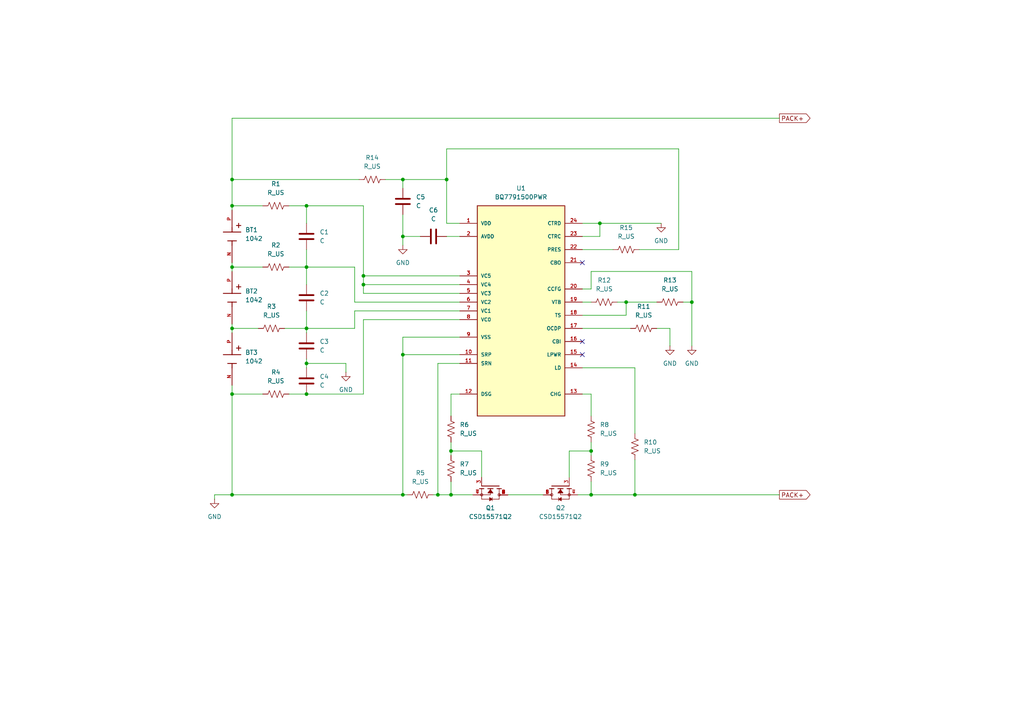
<source format=kicad_sch>
(kicad_sch
	(version 20250114)
	(generator "eeschema")
	(generator_version "9.0")
	(uuid "b90f6da9-d685-4687-ad3e-d5c3d1edfd3d")
	(paper "A4")
	(lib_symbols
		(symbol "18650_Holder:1042"
			(pin_names
				(offset 1.016)
			)
			(exclude_from_sim no)
			(in_bom yes)
			(on_board yes)
			(property "Reference" "BT"
				(at -3.81 3.81 0)
				(effects
					(font
						(size 1.27 1.27)
					)
					(justify left bottom)
				)
			)
			(property "Value" "1042"
				(at -3.81 -5.08 0)
				(effects
					(font
						(size 1.27 1.27)
					)
					(justify left bottom)
				)
			)
			(property "Footprint" "Custom Footprints:BAT_1042"
				(at 0 0 0)
				(effects
					(font
						(size 1.27 1.27)
					)
					(justify bottom)
					(hide yes)
				)
			)
			(property "Datasheet" ""
				(at 0 0 0)
				(effects
					(font
						(size 1.27 1.27)
					)
					(hide yes)
				)
			)
			(property "Description" ""
				(at 0 0 0)
				(effects
					(font
						(size 1.27 1.27)
					)
					(hide yes)
				)
			)
			(property "MF" "Keystone Electronics Corp."
				(at 0 0 0)
				(effects
					(font
						(size 1.27 1.27)
					)
					(justify bottom)
					(hide yes)
				)
			)
			(property "MAXIMUM_PACKAGE_HEIGHT" "15.11mm"
				(at 0 0 0)
				(effects
					(font
						(size 1.27 1.27)
					)
					(justify bottom)
					(hide yes)
				)
			)
			(property "Package" "NON STANDARD-5 Keystone"
				(at 0 0 0)
				(effects
					(font
						(size 1.27 1.27)
					)
					(justify bottom)
					(hide yes)
				)
			)
			(property "Price" "None"
				(at 0 0 0)
				(effects
					(font
						(size 1.27 1.27)
					)
					(justify bottom)
					(hide yes)
				)
			)
			(property "Check_prices" "https://www.snapeda.com/parts/1042/Keystone/view-part/?ref=eda"
				(at 0 0 0)
				(effects
					(font
						(size 1.27 1.27)
					)
					(justify bottom)
					(hide yes)
				)
			)
			(property "STANDARD" "Manufacturer Recommendations"
				(at 0 0 0)
				(effects
					(font
						(size 1.27 1.27)
					)
					(justify bottom)
					(hide yes)
				)
			)
			(property "PARTREV" "E"
				(at 0 0 0)
				(effects
					(font
						(size 1.27 1.27)
					)
					(justify bottom)
					(hide yes)
				)
			)
			(property "SnapEDA_Link" "https://www.snapeda.com/parts/1042/Keystone/view-part/?ref=snap"
				(at 0 0 0)
				(effects
					(font
						(size 1.27 1.27)
					)
					(justify bottom)
					(hide yes)
				)
			)
			(property "MP" "1042"
				(at 0 0 0)
				(effects
					(font
						(size 1.27 1.27)
					)
					(justify bottom)
					(hide yes)
				)
			)
			(property "Description_1" "SMT Holder for 18650 Battery"
				(at 0 0 0)
				(effects
					(font
						(size 1.27 1.27)
					)
					(justify bottom)
					(hide yes)
				)
			)
			(property "SNAPEDA_PN" "1042"
				(at 0 0 0)
				(effects
					(font
						(size 1.27 1.27)
					)
					(justify bottom)
					(hide yes)
				)
			)
			(property "Availability" "In Stock"
				(at 0 0 0)
				(effects
					(font
						(size 1.27 1.27)
					)
					(justify bottom)
					(hide yes)
				)
			)
			(property "MANUFACTURER" "Keystone"
				(at 0 0 0)
				(effects
					(font
						(size 1.27 1.27)
					)
					(justify bottom)
					(hide yes)
				)
			)
			(symbol "1042_0_0"
				(polyline
					(pts
						(xy -3.81 1.905) (xy -2.54 1.905)
					)
					(stroke
						(width 0.254)
						(type default)
					)
					(fill
						(type none)
					)
				)
				(polyline
					(pts
						(xy -3.175 2.54) (xy -3.175 1.27)
					)
					(stroke
						(width 0.254)
						(type default)
					)
					(fill
						(type none)
					)
				)
				(polyline
					(pts
						(xy -1.27 2.54) (xy -1.27 0)
					)
					(stroke
						(width 0.254)
						(type default)
					)
					(fill
						(type none)
					)
				)
				(polyline
					(pts
						(xy -1.27 0) (xy -2.54 0)
					)
					(stroke
						(width 0.254)
						(type default)
					)
					(fill
						(type none)
					)
				)
				(polyline
					(pts
						(xy -1.27 0) (xy -1.27 -2.54)
					)
					(stroke
						(width 0.254)
						(type default)
					)
					(fill
						(type none)
					)
				)
				(polyline
					(pts
						(xy 1.27 1.27) (xy 1.27 0)
					)
					(stroke
						(width 0.254)
						(type default)
					)
					(fill
						(type none)
					)
				)
				(polyline
					(pts
						(xy 1.27 0) (xy 1.27 -1.27)
					)
					(stroke
						(width 0.254)
						(type default)
					)
					(fill
						(type none)
					)
				)
				(polyline
					(pts
						(xy 1.27 0) (xy 2.54 0)
					)
					(stroke
						(width 0.254)
						(type default)
					)
					(fill
						(type none)
					)
				)
				(pin passive line
					(at -7.62 0 0)
					(length 5.08)
					(name "~"
						(effects
							(font
								(size 1.016 1.016)
							)
						)
					)
					(number "P"
						(effects
							(font
								(size 1.016 1.016)
							)
						)
					)
				)
				(pin passive line
					(at 7.62 0 180)
					(length 5.08)
					(name "~"
						(effects
							(font
								(size 1.016 1.016)
							)
						)
					)
					(number "N"
						(effects
							(font
								(size 1.016 1.016)
							)
						)
					)
				)
			)
			(embedded_fonts no)
		)
		(symbol "BQ7791500PWR:BQ7791500PWR"
			(pin_names
				(offset 1.016)
			)
			(exclude_from_sim no)
			(in_bom yes)
			(on_board yes)
			(property "Reference" "U"
				(at -12.7 31.48 0)
				(effects
					(font
						(size 1.27 1.27)
					)
					(justify left bottom)
				)
			)
			(property "Value" "BQ7791500PWR"
				(at -12.7 -33.02 0)
				(effects
					(font
						(size 1.27 1.27)
					)
					(justify left bottom)
				)
			)
			(property "Footprint" "Custom Footprints:SOP65P640X120-24N"
				(at 0 0 0)
				(effects
					(font
						(size 1.27 1.27)
					)
					(justify bottom)
					(hide yes)
				)
			)
			(property "Datasheet" ""
				(at 0 0 0)
				(effects
					(font
						(size 1.27 1.27)
					)
					(hide yes)
				)
			)
			(property "Description" ""
				(at 0 0 0)
				(effects
					(font
						(size 1.27 1.27)
					)
					(hide yes)
				)
			)
			(property "MF" "Texas Instruments"
				(at 0 0 0)
				(effects
					(font
						(size 1.27 1.27)
					)
					(justify bottom)
					(hide yes)
				)
			)
			(property "MAXIMUM_PACKAGE_HEIGHT" "1.2 mm"
				(at 0 0 0)
				(effects
					(font
						(size 1.27 1.27)
					)
					(justify bottom)
					(hide yes)
				)
			)
			(property "Package" "TSSOP-24 Texas Instruments"
				(at 0 0 0)
				(effects
					(font
						(size 1.27 1.27)
					)
					(justify bottom)
					(hide yes)
				)
			)
			(property "Price" "None"
				(at 0 0 0)
				(effects
					(font
						(size 1.27 1.27)
					)
					(justify bottom)
					(hide yes)
				)
			)
			(property "Check_prices" "https://www.snapeda.com/parts/BQ7791500PWR/Texas+Instruments/view-part/?ref=eda"
				(at 0 0 0)
				(effects
					(font
						(size 1.27 1.27)
					)
					(justify bottom)
					(hide yes)
				)
			)
			(property "STANDARD" "IPC 7351B"
				(at 0 0 0)
				(effects
					(font
						(size 1.27 1.27)
					)
					(justify bottom)
					(hide yes)
				)
			)
			(property "PARTREV" "H"
				(at 0 0 0)
				(effects
					(font
						(size 1.27 1.27)
					)
					(justify bottom)
					(hide yes)
				)
			)
			(property "SnapEDA_Link" "https://www.snapeda.com/parts/BQ7791500PWR/Texas+Instruments/view-part/?ref=snap"
				(at 0 0 0)
				(effects
					(font
						(size 1.27 1.27)
					)
					(justify bottom)
					(hide yes)
				)
			)
			(property "MP" "BQ7791500PWR"
				(at 0 0 0)
				(effects
					(font
						(size 1.27 1.27)
					)
					(justify bottom)
					(hide yes)
				)
			)
			(property "Description_1" "3-series to 5-series stackable ultra-low-power primary protector with autonomous cell balancing"
				(at 0 0 0)
				(effects
					(font
						(size 1.27 1.27)
					)
					(justify bottom)
					(hide yes)
				)
			)
			(property "Availability" "In Stock"
				(at 0 0 0)
				(effects
					(font
						(size 1.27 1.27)
					)
					(justify bottom)
					(hide yes)
				)
			)
			(property "MANUFACTURER" "Texas Instruments"
				(at 0 0 0)
				(effects
					(font
						(size 1.27 1.27)
					)
					(justify bottom)
					(hide yes)
				)
			)
			(symbol "BQ7791500PWR_0_0"
				(rectangle
					(start -12.7 -30.48)
					(end 12.7 30.48)
					(stroke
						(width 0.254)
						(type default)
					)
					(fill
						(type background)
					)
				)
				(pin power_in line
					(at -17.78 25.4 0)
					(length 5.08)
					(name "VDD"
						(effects
							(font
								(size 1.016 1.016)
							)
						)
					)
					(number "1"
						(effects
							(font
								(size 1.016 1.016)
							)
						)
					)
				)
				(pin output line
					(at -17.78 21.59 0)
					(length 5.08)
					(name "AVDD"
						(effects
							(font
								(size 1.016 1.016)
							)
						)
					)
					(number "2"
						(effects
							(font
								(size 1.016 1.016)
							)
						)
					)
				)
				(pin input line
					(at -17.78 10.16 0)
					(length 5.08)
					(name "VC5"
						(effects
							(font
								(size 1.016 1.016)
							)
						)
					)
					(number "3"
						(effects
							(font
								(size 1.016 1.016)
							)
						)
					)
				)
				(pin input line
					(at -17.78 7.62 0)
					(length 5.08)
					(name "VC4"
						(effects
							(font
								(size 1.016 1.016)
							)
						)
					)
					(number "4"
						(effects
							(font
								(size 1.016 1.016)
							)
						)
					)
				)
				(pin input line
					(at -17.78 5.08 0)
					(length 5.08)
					(name "VC3"
						(effects
							(font
								(size 1.016 1.016)
							)
						)
					)
					(number "5"
						(effects
							(font
								(size 1.016 1.016)
							)
						)
					)
				)
				(pin input line
					(at -17.78 2.54 0)
					(length 5.08)
					(name "VC2"
						(effects
							(font
								(size 1.016 1.016)
							)
						)
					)
					(number "6"
						(effects
							(font
								(size 1.016 1.016)
							)
						)
					)
				)
				(pin input line
					(at -17.78 0 0)
					(length 5.08)
					(name "VC1"
						(effects
							(font
								(size 1.016 1.016)
							)
						)
					)
					(number "7"
						(effects
							(font
								(size 1.016 1.016)
							)
						)
					)
				)
				(pin input line
					(at -17.78 -2.54 0)
					(length 5.08)
					(name "VC0"
						(effects
							(font
								(size 1.016 1.016)
							)
						)
					)
					(number "8"
						(effects
							(font
								(size 1.016 1.016)
							)
						)
					)
				)
				(pin power_in line
					(at -17.78 -7.62 0)
					(length 5.08)
					(name "VSS"
						(effects
							(font
								(size 1.016 1.016)
							)
						)
					)
					(number "9"
						(effects
							(font
								(size 1.016 1.016)
							)
						)
					)
				)
				(pin input line
					(at -17.78 -12.7 0)
					(length 5.08)
					(name "SRP"
						(effects
							(font
								(size 1.016 1.016)
							)
						)
					)
					(number "10"
						(effects
							(font
								(size 1.016 1.016)
							)
						)
					)
				)
				(pin input line
					(at -17.78 -15.24 0)
					(length 5.08)
					(name "SRN"
						(effects
							(font
								(size 1.016 1.016)
							)
						)
					)
					(number "11"
						(effects
							(font
								(size 1.016 1.016)
							)
						)
					)
				)
				(pin output line
					(at -17.78 -24.13 0)
					(length 5.08)
					(name "DSG"
						(effects
							(font
								(size 1.016 1.016)
							)
						)
					)
					(number "12"
						(effects
							(font
								(size 1.016 1.016)
							)
						)
					)
				)
				(pin input line
					(at 17.78 25.4 180)
					(length 5.08)
					(name "CTRD"
						(effects
							(font
								(size 1.016 1.016)
							)
						)
					)
					(number "24"
						(effects
							(font
								(size 1.016 1.016)
							)
						)
					)
				)
				(pin input line
					(at 17.78 21.59 180)
					(length 5.08)
					(name "CTRC"
						(effects
							(font
								(size 1.016 1.016)
							)
						)
					)
					(number "23"
						(effects
							(font
								(size 1.016 1.016)
							)
						)
					)
				)
				(pin input line
					(at 17.78 17.78 180)
					(length 5.08)
					(name "PRES"
						(effects
							(font
								(size 1.016 1.016)
							)
						)
					)
					(number "22"
						(effects
							(font
								(size 1.016 1.016)
							)
						)
					)
				)
				(pin output line
					(at 17.78 13.97 180)
					(length 5.08)
					(name "CBO"
						(effects
							(font
								(size 1.016 1.016)
							)
						)
					)
					(number "21"
						(effects
							(font
								(size 1.016 1.016)
							)
						)
					)
				)
				(pin input line
					(at 17.78 6.35 180)
					(length 5.08)
					(name "CCFG"
						(effects
							(font
								(size 1.016 1.016)
							)
						)
					)
					(number "20"
						(effects
							(font
								(size 1.016 1.016)
							)
						)
					)
				)
				(pin output line
					(at 17.78 2.54 180)
					(length 5.08)
					(name "VTB"
						(effects
							(font
								(size 1.016 1.016)
							)
						)
					)
					(number "19"
						(effects
							(font
								(size 1.016 1.016)
							)
						)
					)
				)
				(pin input line
					(at 17.78 -1.27 180)
					(length 5.08)
					(name "TS"
						(effects
							(font
								(size 1.016 1.016)
							)
						)
					)
					(number "18"
						(effects
							(font
								(size 1.016 1.016)
							)
						)
					)
				)
				(pin input line
					(at 17.78 -5.08 180)
					(length 5.08)
					(name "OCDP"
						(effects
							(font
								(size 1.016 1.016)
							)
						)
					)
					(number "17"
						(effects
							(font
								(size 1.016 1.016)
							)
						)
					)
				)
				(pin input line
					(at 17.78 -8.89 180)
					(length 5.08)
					(name "CBI"
						(effects
							(font
								(size 1.016 1.016)
							)
						)
					)
					(number "16"
						(effects
							(font
								(size 1.016 1.016)
							)
						)
					)
				)
				(pin output line
					(at 17.78 -12.7 180)
					(length 5.08)
					(name "LPWR"
						(effects
							(font
								(size 1.016 1.016)
							)
						)
					)
					(number "15"
						(effects
							(font
								(size 1.016 1.016)
							)
						)
					)
				)
				(pin input line
					(at 17.78 -16.51 180)
					(length 5.08)
					(name "LD"
						(effects
							(font
								(size 1.016 1.016)
							)
						)
					)
					(number "14"
						(effects
							(font
								(size 1.016 1.016)
							)
						)
					)
				)
				(pin output line
					(at 17.78 -24.13 180)
					(length 5.08)
					(name "CHG"
						(effects
							(font
								(size 1.016 1.016)
							)
						)
					)
					(number "13"
						(effects
							(font
								(size 1.016 1.016)
							)
						)
					)
				)
			)
			(embedded_fonts no)
		)
		(symbol "CSD15571Q2:CSD15571Q2"
			(pin_names
				(offset 1.016)
			)
			(exclude_from_sim no)
			(in_bom yes)
			(on_board yes)
			(property "Reference" "Q"
				(at -8.89 2.54 0)
				(effects
					(font
						(size 1.27 1.27)
					)
					(justify left bottom)
				)
			)
			(property "Value" "CSD15571Q2"
				(at -8.89 -7.62 0)
				(effects
					(font
						(size 1.27 1.27)
					)
					(justify left bottom)
				)
			)
			(property "Footprint" "Custom Footprints:TRANS_CSD15571Q2"
				(at 0 0 0)
				(effects
					(font
						(size 1.27 1.27)
					)
					(justify bottom)
					(hide yes)
				)
			)
			(property "Datasheet" ""
				(at 0 0 0)
				(effects
					(font
						(size 1.27 1.27)
					)
					(hide yes)
				)
			)
			(property "Description" ""
				(at 0 0 0)
				(effects
					(font
						(size 1.27 1.27)
					)
					(hide yes)
				)
			)
			(property "MF" "Texas Instruments"
				(at 0 0 0)
				(effects
					(font
						(size 1.27 1.27)
					)
					(justify bottom)
					(hide yes)
				)
			)
			(property "MAXIMUM_PACKAGE_HEIGHT" "0.85mm"
				(at 0 0 0)
				(effects
					(font
						(size 1.27 1.27)
					)
					(justify bottom)
					(hide yes)
				)
			)
			(property "Package" "WSON-6 Texas Instruments"
				(at 0 0 0)
				(effects
					(font
						(size 1.27 1.27)
					)
					(justify bottom)
					(hide yes)
				)
			)
			(property "Price" "None"
				(at 0 0 0)
				(effects
					(font
						(size 1.27 1.27)
					)
					(justify bottom)
					(hide yes)
				)
			)
			(property "Check_prices" "https://www.snapeda.com/parts/CSD15571Q2/Texas+Instruments/view-part/?ref=eda"
				(at 0 0 0)
				(effects
					(font
						(size 1.27 1.27)
					)
					(justify bottom)
					(hide yes)
				)
			)
			(property "STANDARD" "Manufacturer recommendations"
				(at 0 0 0)
				(effects
					(font
						(size 1.27 1.27)
					)
					(justify bottom)
					(hide yes)
				)
			)
			(property "PARTREV" "D"
				(at 0 0 0)
				(effects
					(font
						(size 1.27 1.27)
					)
					(justify bottom)
					(hide yes)
				)
			)
			(property "SnapEDA_Link" "https://www.snapeda.com/parts/CSD15571Q2/Texas+Instruments/view-part/?ref=snap"
				(at 0 0 0)
				(effects
					(font
						(size 1.27 1.27)
					)
					(justify bottom)
					(hide yes)
				)
			)
			(property "MP" "CSD15571Q2"
				(at 0 0 0)
				(effects
					(font
						(size 1.27 1.27)
					)
					(justify bottom)
					(hide yes)
				)
			)
			(property "Description_1" "20-V, N channel NexFET™ power MOSFET, single SON 2 mm x 2 mm, 19.2 mOhm"
				(at 0 0 0)
				(effects
					(font
						(size 1.27 1.27)
					)
					(justify bottom)
					(hide yes)
				)
			)
			(property "Availability" "In Stock"
				(at 0 0 0)
				(effects
					(font
						(size 1.27 1.27)
					)
					(justify bottom)
					(hide yes)
				)
			)
			(property "AVAILABILITY" "Unavailable"
				(at 0 0 0)
				(effects
					(font
						(size 1.27 1.27)
					)
					(justify bottom)
					(hide yes)
				)
			)
			(property "MANUFACTURER" "Texas Instruments"
				(at 0 0 0)
				(effects
					(font
						(size 1.27 1.27)
					)
					(justify bottom)
					(hide yes)
				)
			)
			(symbol "CSD15571Q2_0_0"
				(polyline
					(pts
						(xy 0 2.54) (xy 0 -2.54)
					)
					(stroke
						(width 0.254)
						(type default)
					)
					(fill
						(type none)
					)
				)
				(polyline
					(pts
						(xy 0.762 3.175) (xy 0.762 2.54)
					)
					(stroke
						(width 0.254)
						(type default)
					)
					(fill
						(type none)
					)
				)
				(polyline
					(pts
						(xy 0.762 2.54) (xy 0.762 1.905)
					)
					(stroke
						(width 0.254)
						(type default)
					)
					(fill
						(type none)
					)
				)
				(polyline
					(pts
						(xy 0.762 2.54) (xy 3.81 2.54)
					)
					(stroke
						(width 0.1524)
						(type default)
					)
					(fill
						(type none)
					)
				)
				(polyline
					(pts
						(xy 0.762 0.762) (xy 0.762 0)
					)
					(stroke
						(width 0.254)
						(type default)
					)
					(fill
						(type none)
					)
				)
				(polyline
					(pts
						(xy 0.762 0) (xy 0.762 -0.762)
					)
					(stroke
						(width 0.254)
						(type default)
					)
					(fill
						(type none)
					)
				)
				(polyline
					(pts
						(xy 0.762 0) (xy 2.54 0)
					)
					(stroke
						(width 0.1524)
						(type default)
					)
					(fill
						(type none)
					)
				)
				(polyline
					(pts
						(xy 0.762 -1.905) (xy 0.762 -2.54)
					)
					(stroke
						(width 0.254)
						(type default)
					)
					(fill
						(type none)
					)
				)
				(polyline
					(pts
						(xy 0.762 -2.54) (xy 0.762 -3.175)
					)
					(stroke
						(width 0.254)
						(type default)
					)
					(fill
						(type none)
					)
				)
				(polyline
					(pts
						(xy 1.016 0) (xy 2.032 0.762) (xy 2.032 -0.762) (xy 1.016 0)
					)
					(stroke
						(width 0.1524)
						(type default)
					)
					(fill
						(type outline)
					)
				)
				(circle
					(center 2.54 2.54)
					(radius 0.3592)
					(stroke
						(width 0)
						(type default)
					)
					(fill
						(type none)
					)
				)
				(polyline
					(pts
						(xy 2.54 0) (xy 2.54 -2.54)
					)
					(stroke
						(width 0.1524)
						(type default)
					)
					(fill
						(type none)
					)
				)
				(polyline
					(pts
						(xy 2.54 -2.54) (xy 0.762 -2.54)
					)
					(stroke
						(width 0.1524)
						(type default)
					)
					(fill
						(type none)
					)
				)
				(polyline
					(pts
						(xy 2.54 -2.54) (xy 3.81 -2.54)
					)
					(stroke
						(width 0.1524)
						(type default)
					)
					(fill
						(type none)
					)
				)
				(circle
					(center 2.54 -2.54)
					(radius 0.3592)
					(stroke
						(width 0)
						(type default)
					)
					(fill
						(type none)
					)
				)
				(polyline
					(pts
						(xy 3.81 2.54) (xy 3.81 0.508)
					)
					(stroke
						(width 0.1524)
						(type default)
					)
					(fill
						(type none)
					)
				)
				(polyline
					(pts
						(xy 3.81 0.508) (xy 3.302 0.508)
					)
					(stroke
						(width 0.1524)
						(type default)
					)
					(fill
						(type none)
					)
				)
				(polyline
					(pts
						(xy 3.81 0.508) (xy 3.81 -2.54)
					)
					(stroke
						(width 0.1524)
						(type default)
					)
					(fill
						(type none)
					)
				)
				(polyline
					(pts
						(xy 3.81 0.508) (xy 3.302 -0.254) (xy 4.318 -0.254) (xy 3.81 0.508)
					)
					(stroke
						(width 0.1524)
						(type default)
					)
					(fill
						(type outline)
					)
				)
				(polyline
					(pts
						(xy 4.318 0.508) (xy 3.81 0.508)
					)
					(stroke
						(width 0.1524)
						(type default)
					)
					(fill
						(type none)
					)
				)
				(pin passive line
					(at -2.54 -2.54 0)
					(length 2.54)
					(name "~"
						(effects
							(font
								(size 1.016 1.016)
							)
						)
					)
					(number "3"
						(effects
							(font
								(size 1.016 1.016)
							)
						)
					)
				)
				(pin passive line
					(at 2.54 5.08 270)
					(length 2.54)
					(name "~"
						(effects
							(font
								(size 1.016 1.016)
							)
						)
					)
					(number "1"
						(effects
							(font
								(size 1.016 1.016)
							)
						)
					)
				)
				(pin passive line
					(at 2.54 5.08 270)
					(length 2.54)
					(name "~"
						(effects
							(font
								(size 1.016 1.016)
							)
						)
					)
					(number "2"
						(effects
							(font
								(size 1.016 1.016)
							)
						)
					)
				)
				(pin passive line
					(at 2.54 5.08 270)
					(length 2.54)
					(name "~"
						(effects
							(font
								(size 1.016 1.016)
							)
						)
					)
					(number "5"
						(effects
							(font
								(size 1.016 1.016)
							)
						)
					)
				)
				(pin passive line
					(at 2.54 5.08 270)
					(length 2.54)
					(name "~"
						(effects
							(font
								(size 1.016 1.016)
							)
						)
					)
					(number "6"
						(effects
							(font
								(size 1.016 1.016)
							)
						)
					)
				)
				(pin passive line
					(at 2.54 5.08 270)
					(length 2.54)
					(name "~"
						(effects
							(font
								(size 1.016 1.016)
							)
						)
					)
					(number "8"
						(effects
							(font
								(size 1.016 1.016)
							)
						)
					)
				)
				(pin passive line
					(at 2.54 -5.08 90)
					(length 2.54)
					(name "~"
						(effects
							(font
								(size 1.016 1.016)
							)
						)
					)
					(number "4"
						(effects
							(font
								(size 1.016 1.016)
							)
						)
					)
				)
				(pin passive line
					(at 2.54 -5.08 90)
					(length 2.54)
					(name "~"
						(effects
							(font
								(size 1.016 1.016)
							)
						)
					)
					(number "7"
						(effects
							(font
								(size 1.016 1.016)
							)
						)
					)
				)
			)
			(embedded_fonts no)
		)
		(symbol "Device:C"
			(pin_numbers
				(hide yes)
			)
			(pin_names
				(offset 0.254)
			)
			(exclude_from_sim no)
			(in_bom yes)
			(on_board yes)
			(property "Reference" "C"
				(at 0.635 2.54 0)
				(effects
					(font
						(size 1.27 1.27)
					)
					(justify left)
				)
			)
			(property "Value" "C"
				(at 0.635 -2.54 0)
				(effects
					(font
						(size 1.27 1.27)
					)
					(justify left)
				)
			)
			(property "Footprint" ""
				(at 0.9652 -3.81 0)
				(effects
					(font
						(size 1.27 1.27)
					)
					(hide yes)
				)
			)
			(property "Datasheet" "~"
				(at 0 0 0)
				(effects
					(font
						(size 1.27 1.27)
					)
					(hide yes)
				)
			)
			(property "Description" "Unpolarized capacitor"
				(at 0 0 0)
				(effects
					(font
						(size 1.27 1.27)
					)
					(hide yes)
				)
			)
			(property "ki_keywords" "cap capacitor"
				(at 0 0 0)
				(effects
					(font
						(size 1.27 1.27)
					)
					(hide yes)
				)
			)
			(property "ki_fp_filters" "C_*"
				(at 0 0 0)
				(effects
					(font
						(size 1.27 1.27)
					)
					(hide yes)
				)
			)
			(symbol "C_0_1"
				(polyline
					(pts
						(xy -2.032 0.762) (xy 2.032 0.762)
					)
					(stroke
						(width 0.508)
						(type default)
					)
					(fill
						(type none)
					)
				)
				(polyline
					(pts
						(xy -2.032 -0.762) (xy 2.032 -0.762)
					)
					(stroke
						(width 0.508)
						(type default)
					)
					(fill
						(type none)
					)
				)
			)
			(symbol "C_1_1"
				(pin passive line
					(at 0 3.81 270)
					(length 2.794)
					(name "~"
						(effects
							(font
								(size 1.27 1.27)
							)
						)
					)
					(number "1"
						(effects
							(font
								(size 1.27 1.27)
							)
						)
					)
				)
				(pin passive line
					(at 0 -3.81 90)
					(length 2.794)
					(name "~"
						(effects
							(font
								(size 1.27 1.27)
							)
						)
					)
					(number "2"
						(effects
							(font
								(size 1.27 1.27)
							)
						)
					)
				)
			)
			(embedded_fonts no)
		)
		(symbol "Device:R_US"
			(pin_numbers
				(hide yes)
			)
			(pin_names
				(offset 0)
			)
			(exclude_from_sim no)
			(in_bom yes)
			(on_board yes)
			(property "Reference" "R"
				(at 2.54 0 90)
				(effects
					(font
						(size 1.27 1.27)
					)
				)
			)
			(property "Value" "R_US"
				(at -2.54 0 90)
				(effects
					(font
						(size 1.27 1.27)
					)
				)
			)
			(property "Footprint" ""
				(at 1.016 -0.254 90)
				(effects
					(font
						(size 1.27 1.27)
					)
					(hide yes)
				)
			)
			(property "Datasheet" "~"
				(at 0 0 0)
				(effects
					(font
						(size 1.27 1.27)
					)
					(hide yes)
				)
			)
			(property "Description" "Resistor, US symbol"
				(at 0 0 0)
				(effects
					(font
						(size 1.27 1.27)
					)
					(hide yes)
				)
			)
			(property "ki_keywords" "R res resistor"
				(at 0 0 0)
				(effects
					(font
						(size 1.27 1.27)
					)
					(hide yes)
				)
			)
			(property "ki_fp_filters" "R_*"
				(at 0 0 0)
				(effects
					(font
						(size 1.27 1.27)
					)
					(hide yes)
				)
			)
			(symbol "R_US_0_1"
				(polyline
					(pts
						(xy 0 2.286) (xy 0 2.54)
					)
					(stroke
						(width 0)
						(type default)
					)
					(fill
						(type none)
					)
				)
				(polyline
					(pts
						(xy 0 2.286) (xy 1.016 1.905) (xy 0 1.524) (xy -1.016 1.143) (xy 0 0.762)
					)
					(stroke
						(width 0)
						(type default)
					)
					(fill
						(type none)
					)
				)
				(polyline
					(pts
						(xy 0 0.762) (xy 1.016 0.381) (xy 0 0) (xy -1.016 -0.381) (xy 0 -0.762)
					)
					(stroke
						(width 0)
						(type default)
					)
					(fill
						(type none)
					)
				)
				(polyline
					(pts
						(xy 0 -0.762) (xy 1.016 -1.143) (xy 0 -1.524) (xy -1.016 -1.905) (xy 0 -2.286)
					)
					(stroke
						(width 0)
						(type default)
					)
					(fill
						(type none)
					)
				)
				(polyline
					(pts
						(xy 0 -2.286) (xy 0 -2.54)
					)
					(stroke
						(width 0)
						(type default)
					)
					(fill
						(type none)
					)
				)
			)
			(symbol "R_US_1_1"
				(pin passive line
					(at 0 3.81 270)
					(length 1.27)
					(name "~"
						(effects
							(font
								(size 1.27 1.27)
							)
						)
					)
					(number "1"
						(effects
							(font
								(size 1.27 1.27)
							)
						)
					)
				)
				(pin passive line
					(at 0 -3.81 90)
					(length 1.27)
					(name "~"
						(effects
							(font
								(size 1.27 1.27)
							)
						)
					)
					(number "2"
						(effects
							(font
								(size 1.27 1.27)
							)
						)
					)
				)
			)
			(embedded_fonts no)
		)
		(symbol "power:GND"
			(power)
			(pin_numbers
				(hide yes)
			)
			(pin_names
				(offset 0)
				(hide yes)
			)
			(exclude_from_sim no)
			(in_bom yes)
			(on_board yes)
			(property "Reference" "#PWR"
				(at 0 -6.35 0)
				(effects
					(font
						(size 1.27 1.27)
					)
					(hide yes)
				)
			)
			(property "Value" "GND"
				(at 0 -3.81 0)
				(effects
					(font
						(size 1.27 1.27)
					)
				)
			)
			(property "Footprint" ""
				(at 0 0 0)
				(effects
					(font
						(size 1.27 1.27)
					)
					(hide yes)
				)
			)
			(property "Datasheet" ""
				(at 0 0 0)
				(effects
					(font
						(size 1.27 1.27)
					)
					(hide yes)
				)
			)
			(property "Description" "Power symbol creates a global label with name \"GND\" , ground"
				(at 0 0 0)
				(effects
					(font
						(size 1.27 1.27)
					)
					(hide yes)
				)
			)
			(property "ki_keywords" "global power"
				(at 0 0 0)
				(effects
					(font
						(size 1.27 1.27)
					)
					(hide yes)
				)
			)
			(symbol "GND_0_1"
				(polyline
					(pts
						(xy 0 0) (xy 0 -1.27) (xy 1.27 -1.27) (xy 0 -2.54) (xy -1.27 -1.27) (xy 0 -1.27)
					)
					(stroke
						(width 0)
						(type default)
					)
					(fill
						(type none)
					)
				)
			)
			(symbol "GND_1_1"
				(pin power_in line
					(at 0 0 270)
					(length 0)
					(name "~"
						(effects
							(font
								(size 1.27 1.27)
							)
						)
					)
					(number "1"
						(effects
							(font
								(size 1.27 1.27)
							)
						)
					)
				)
			)
			(embedded_fonts no)
		)
	)
	(junction
		(at 130.81 143.51)
		(diameter 0)
		(color 0 0 0 0)
		(uuid "0551a55f-53ee-4077-9919-150f93309080")
	)
	(junction
		(at 116.84 102.87)
		(diameter 0)
		(color 0 0 0 0)
		(uuid "07b0d3c5-0cf0-4462-98f7-917cb54496dc")
	)
	(junction
		(at 67.31 52.07)
		(diameter 0)
		(color 0 0 0 0)
		(uuid "07e250aa-008b-436a-ac02-fdea8417f1c1")
	)
	(junction
		(at 67.31 59.69)
		(diameter 0)
		(color 0 0 0 0)
		(uuid "27d57f4d-bde1-4139-82e1-ea7d6abb2aa0")
	)
	(junction
		(at 181.61 87.63)
		(diameter 0)
		(color 0 0 0 0)
		(uuid "352ec39e-eaac-4386-b5fc-4bb5efab0e1d")
	)
	(junction
		(at 130.81 130.81)
		(diameter 0)
		(color 0 0 0 0)
		(uuid "5003f99e-38ee-440a-8ed1-f1fcbd9c6584")
	)
	(junction
		(at 184.15 143.51)
		(diameter 0)
		(color 0 0 0 0)
		(uuid "58f4d5e9-56c2-4938-a631-6bdcf8ef0515")
	)
	(junction
		(at 67.31 143.51)
		(diameter 0)
		(color 0 0 0 0)
		(uuid "6172d676-de51-4292-8e90-ac9648bde39a")
	)
	(junction
		(at 116.84 143.51)
		(diameter 0)
		(color 0 0 0 0)
		(uuid "69a6567b-5666-454c-9377-226f7a5fcdc0")
	)
	(junction
		(at 88.9 77.47)
		(diameter 0)
		(color 0 0 0 0)
		(uuid "735316d0-3556-4684-9705-cc606e0db34e")
	)
	(junction
		(at 67.31 114.3)
		(diameter 0)
		(color 0 0 0 0)
		(uuid "76a5043b-f89d-406c-8cce-e9293088cb88")
	)
	(junction
		(at 88.9 114.3)
		(diameter 0)
		(color 0 0 0 0)
		(uuid "7ea55442-b2ea-4d48-add2-a7820e1a9c28")
	)
	(junction
		(at 88.9 95.25)
		(diameter 0)
		(color 0 0 0 0)
		(uuid "8462f89c-b764-4598-bd3c-889eebd641b5")
	)
	(junction
		(at 67.31 77.47)
		(diameter 0)
		(color 0 0 0 0)
		(uuid "85337c04-3c2f-48dc-b766-21b9ecd58152")
	)
	(junction
		(at 127 143.51)
		(diameter 0)
		(color 0 0 0 0)
		(uuid "85bfc092-92f8-4bc1-b95a-a593fc6b9afe")
	)
	(junction
		(at 116.84 68.58)
		(diameter 0)
		(color 0 0 0 0)
		(uuid "988ae647-fe46-4af6-b0a8-2bc8d74ebe2a")
	)
	(junction
		(at 129.54 52.07)
		(diameter 0)
		(color 0 0 0 0)
		(uuid "9be64758-2680-450b-af8a-018933134cb3")
	)
	(junction
		(at 88.9 105.41)
		(diameter 0)
		(color 0 0 0 0)
		(uuid "a0d166b8-95d5-4fdd-883f-2c15d6a8bdf7")
	)
	(junction
		(at 200.66 87.63)
		(diameter 0)
		(color 0 0 0 0)
		(uuid "a6f4f1cc-51a0-4ddf-bdd8-6835e7d909d0")
	)
	(junction
		(at 105.41 82.55)
		(diameter 0)
		(color 0 0 0 0)
		(uuid "b5edc584-9770-4100-9346-52b2a93ebc91")
	)
	(junction
		(at 171.45 130.81)
		(diameter 0)
		(color 0 0 0 0)
		(uuid "bc58ed38-15f7-4e89-b3a7-194ff13e4ad7")
	)
	(junction
		(at 173.99 64.77)
		(diameter 0)
		(color 0 0 0 0)
		(uuid "c45b3b62-4f2c-4a8a-b142-44a5f41ebbb6")
	)
	(junction
		(at 67.31 95.25)
		(diameter 0)
		(color 0 0 0 0)
		(uuid "c83249df-3352-44a9-9013-4771bf6d8402")
	)
	(junction
		(at 116.84 52.07)
		(diameter 0)
		(color 0 0 0 0)
		(uuid "e6438969-9ab8-4719-bf5c-92eee09edd93")
	)
	(junction
		(at 88.9 59.69)
		(diameter 0)
		(color 0 0 0 0)
		(uuid "e9bb4e93-0210-44ce-934d-d6735fb25c20")
	)
	(junction
		(at 171.45 143.51)
		(diameter 0)
		(color 0 0 0 0)
		(uuid "ea26f647-2978-4f42-884e-8664858bd810")
	)
	(junction
		(at 105.41 80.01)
		(diameter 0)
		(color 0 0 0 0)
		(uuid "fbca7a92-72a4-4792-b50b-645a79e215cc")
	)
	(no_connect
		(at 168.91 102.87)
		(uuid "a18e790e-62c0-4b4a-a739-c6ed1eb57d55")
	)
	(no_connect
		(at 168.91 76.2)
		(uuid "a1a9fef2-bb12-465c-8ab6-648f09001d0b")
	)
	(no_connect
		(at 168.91 99.06)
		(uuid "c6d953f1-e4f0-4499-84c3-eb9ee3ce2568")
	)
	(wire
		(pts
			(xy 118.11 143.51) (xy 116.84 143.51)
		)
		(stroke
			(width 0)
			(type default)
		)
		(uuid "020d46b0-9b70-4859-8c55-dc0f7996f773")
	)
	(wire
		(pts
			(xy 130.81 114.3) (xy 133.35 114.3)
		)
		(stroke
			(width 0)
			(type default)
		)
		(uuid "03251f66-6471-4c17-8c7c-62b4763bb8d8")
	)
	(wire
		(pts
			(xy 76.2 59.69) (xy 67.31 59.69)
		)
		(stroke
			(width 0)
			(type default)
		)
		(uuid "07d54453-336f-42ad-8250-9662a7a39886")
	)
	(wire
		(pts
			(xy 133.35 87.63) (xy 102.87 87.63)
		)
		(stroke
			(width 0)
			(type default)
		)
		(uuid "0dcf5b28-2fe1-42d9-9ef3-f2c7ff33094d")
	)
	(wire
		(pts
			(xy 105.41 114.3) (xy 105.41 92.71)
		)
		(stroke
			(width 0)
			(type default)
		)
		(uuid "0efe61b1-4860-4446-bfb8-c58565a9c51f")
	)
	(wire
		(pts
			(xy 185.42 72.39) (xy 196.85 72.39)
		)
		(stroke
			(width 0)
			(type default)
		)
		(uuid "1276f4e3-4141-44b0-a10a-928cc3c3631e")
	)
	(wire
		(pts
			(xy 83.82 77.47) (xy 88.9 77.47)
		)
		(stroke
			(width 0)
			(type default)
		)
		(uuid "12c39485-3a65-4f77-adc0-50c0f81380f6")
	)
	(wire
		(pts
			(xy 184.15 106.68) (xy 168.91 106.68)
		)
		(stroke
			(width 0)
			(type default)
		)
		(uuid "14fe5322-3fc5-4820-b167-3586fbf7ad14")
	)
	(wire
		(pts
			(xy 130.81 120.65) (xy 130.81 114.3)
		)
		(stroke
			(width 0)
			(type default)
		)
		(uuid "167be7fe-ebec-4782-b47d-17f3114e7b99")
	)
	(wire
		(pts
			(xy 181.61 87.63) (xy 190.5 87.63)
		)
		(stroke
			(width 0)
			(type default)
		)
		(uuid "1835ac76-fb3d-4c20-b4da-fe2d315f988f")
	)
	(wire
		(pts
			(xy 181.61 87.63) (xy 179.07 87.63)
		)
		(stroke
			(width 0)
			(type default)
		)
		(uuid "1d493372-843f-4554-813a-997d58b1705c")
	)
	(wire
		(pts
			(xy 129.54 43.18) (xy 196.85 43.18)
		)
		(stroke
			(width 0)
			(type default)
		)
		(uuid "207038fa-20b7-4a38-8334-fa92a486b0f4")
	)
	(wire
		(pts
			(xy 171.45 78.74) (xy 200.66 78.74)
		)
		(stroke
			(width 0)
			(type default)
		)
		(uuid "2105f3c0-9163-4245-9dae-237981055fa6")
	)
	(wire
		(pts
			(xy 67.31 59.69) (xy 67.31 60.96)
		)
		(stroke
			(width 0)
			(type default)
		)
		(uuid "22440f2d-063d-4c2f-acb5-f4873788f227")
	)
	(wire
		(pts
			(xy 184.15 143.51) (xy 226.06 143.51)
		)
		(stroke
			(width 0)
			(type default)
		)
		(uuid "24ccbe62-c561-4f61-8f43-b0e408607a6b")
	)
	(wire
		(pts
			(xy 88.9 77.47) (xy 88.9 82.55)
		)
		(stroke
			(width 0)
			(type default)
		)
		(uuid "26410653-a4ad-4c7b-aedf-d7ea1ff8ed27")
	)
	(wire
		(pts
			(xy 67.31 77.47) (xy 76.2 77.47)
		)
		(stroke
			(width 0)
			(type default)
		)
		(uuid "28ee20a8-8d79-43f4-9919-e92e782ce4ce")
	)
	(wire
		(pts
			(xy 102.87 77.47) (xy 88.9 77.47)
		)
		(stroke
			(width 0)
			(type default)
		)
		(uuid "299a5c92-0b14-49cb-a9fc-4398b459c17b")
	)
	(wire
		(pts
			(xy 194.31 100.33) (xy 194.31 95.25)
		)
		(stroke
			(width 0)
			(type default)
		)
		(uuid "2d56170e-1685-426b-9b4b-536332727157")
	)
	(wire
		(pts
			(xy 127 105.41) (xy 133.35 105.41)
		)
		(stroke
			(width 0)
			(type default)
		)
		(uuid "2df7821f-ad8d-4048-af18-c8b43a58a2f6")
	)
	(wire
		(pts
			(xy 102.87 90.17) (xy 102.87 95.25)
		)
		(stroke
			(width 0)
			(type default)
		)
		(uuid "304fd8f6-7d27-4f69-881d-1abbade435d7")
	)
	(wire
		(pts
			(xy 88.9 64.77) (xy 88.9 59.69)
		)
		(stroke
			(width 0)
			(type default)
		)
		(uuid "306fcbaf-cd10-4a97-a3d5-ddd218086d61")
	)
	(wire
		(pts
			(xy 88.9 90.17) (xy 88.9 95.25)
		)
		(stroke
			(width 0)
			(type default)
		)
		(uuid "3358deb6-b2fe-49fb-86ee-e9ae7067da71")
	)
	(wire
		(pts
			(xy 105.41 80.01) (xy 133.35 80.01)
		)
		(stroke
			(width 0)
			(type default)
		)
		(uuid "344cda6b-2189-49e4-9e3e-c6e172400273")
	)
	(wire
		(pts
			(xy 67.31 52.07) (xy 67.31 59.69)
		)
		(stroke
			(width 0)
			(type default)
		)
		(uuid "3547e954-dd2c-41f9-94f1-bef363ecd19e")
	)
	(wire
		(pts
			(xy 88.9 105.41) (xy 88.9 106.68)
		)
		(stroke
			(width 0)
			(type default)
		)
		(uuid "360595ab-8cf5-426e-8e03-6e6dfd431bc7")
	)
	(wire
		(pts
			(xy 181.61 91.44) (xy 181.61 87.63)
		)
		(stroke
			(width 0)
			(type default)
		)
		(uuid "373ecdee-1a74-4721-ad55-8101fecb0f1c")
	)
	(wire
		(pts
			(xy 88.9 72.39) (xy 88.9 77.47)
		)
		(stroke
			(width 0)
			(type default)
		)
		(uuid "38f715ad-ec5c-45c0-aab3-5618568f1253")
	)
	(wire
		(pts
			(xy 67.31 143.51) (xy 62.23 143.51)
		)
		(stroke
			(width 0)
			(type default)
		)
		(uuid "3cef1dad-a56c-4dd0-a2f8-0f7e818f3c28")
	)
	(wire
		(pts
			(xy 130.81 139.7) (xy 130.81 143.51)
		)
		(stroke
			(width 0)
			(type default)
		)
		(uuid "4373cfe0-da48-4204-8e3c-65f2bb7814a5")
	)
	(wire
		(pts
			(xy 129.54 68.58) (xy 133.35 68.58)
		)
		(stroke
			(width 0)
			(type default)
		)
		(uuid "446b3122-8edb-4145-bd89-9cc26dcffc77")
	)
	(wire
		(pts
			(xy 130.81 130.81) (xy 139.7 130.81)
		)
		(stroke
			(width 0)
			(type default)
		)
		(uuid "4a49c559-17f4-417d-916a-5e5e06ff8f99")
	)
	(wire
		(pts
			(xy 127 143.51) (xy 125.73 143.51)
		)
		(stroke
			(width 0)
			(type default)
		)
		(uuid "4c249fc4-b6b3-447d-a42d-480746333c66")
	)
	(wire
		(pts
			(xy 200.66 87.63) (xy 198.12 87.63)
		)
		(stroke
			(width 0)
			(type default)
		)
		(uuid "4d4828ca-ecef-461f-9e74-9ce32f51b344")
	)
	(wire
		(pts
			(xy 67.31 93.98) (xy 67.31 95.25)
		)
		(stroke
			(width 0)
			(type default)
		)
		(uuid "52a3c065-2f1e-4d77-9b84-2b4eb999eff9")
	)
	(wire
		(pts
			(xy 168.91 95.25) (xy 182.88 95.25)
		)
		(stroke
			(width 0)
			(type default)
		)
		(uuid "53878d6b-6d41-4aa1-85cf-827a215d23b0")
	)
	(wire
		(pts
			(xy 62.23 143.51) (xy 62.23 144.78)
		)
		(stroke
			(width 0)
			(type default)
		)
		(uuid "538ca6f6-d22d-4833-bb8b-239166c0db52")
	)
	(wire
		(pts
			(xy 184.15 125.73) (xy 184.15 106.68)
		)
		(stroke
			(width 0)
			(type default)
		)
		(uuid "5698b9a1-ec86-446d-b37c-53b3b33cc393")
	)
	(wire
		(pts
			(xy 130.81 128.27) (xy 130.81 130.81)
		)
		(stroke
			(width 0)
			(type default)
		)
		(uuid "5745b8f4-2fdc-4234-bc2a-c35fd4226648")
	)
	(wire
		(pts
			(xy 129.54 43.18) (xy 129.54 52.07)
		)
		(stroke
			(width 0)
			(type default)
		)
		(uuid "58e5ff55-f992-47c6-8853-69b8f769b1fd")
	)
	(wire
		(pts
			(xy 168.91 91.44) (xy 181.61 91.44)
		)
		(stroke
			(width 0)
			(type default)
		)
		(uuid "5b5194ca-7f11-4fc7-8594-4a0a269b1ef0")
	)
	(wire
		(pts
			(xy 173.99 68.58) (xy 173.99 64.77)
		)
		(stroke
			(width 0)
			(type default)
		)
		(uuid "5cf0182a-c618-40be-8531-9856c24f3fe3")
	)
	(wire
		(pts
			(xy 88.9 105.41) (xy 100.33 105.41)
		)
		(stroke
			(width 0)
			(type default)
		)
		(uuid "5fedba03-7a3f-4f81-b114-ae75f315de00")
	)
	(wire
		(pts
			(xy 184.15 133.35) (xy 184.15 143.51)
		)
		(stroke
			(width 0)
			(type default)
		)
		(uuid "60d21cd3-69ac-498c-a57e-63ac7305564f")
	)
	(wire
		(pts
			(xy 67.31 111.76) (xy 67.31 114.3)
		)
		(stroke
			(width 0)
			(type default)
		)
		(uuid "6691601a-8598-4c0f-a432-f1c494b0cf88")
	)
	(wire
		(pts
			(xy 171.45 130.81) (xy 171.45 132.08)
		)
		(stroke
			(width 0)
			(type default)
		)
		(uuid "66cfea01-d5bd-4a41-a2d7-8ada02e322cf")
	)
	(wire
		(pts
			(xy 133.35 85.09) (xy 105.41 85.09)
		)
		(stroke
			(width 0)
			(type default)
		)
		(uuid "671a1965-e675-4629-adf1-0a37b20cc9f2")
	)
	(wire
		(pts
			(xy 165.1 130.81) (xy 171.45 130.81)
		)
		(stroke
			(width 0)
			(type default)
		)
		(uuid "70c81b8f-c64a-4894-8598-72acc2766b62")
	)
	(wire
		(pts
			(xy 171.45 139.7) (xy 171.45 143.51)
		)
		(stroke
			(width 0)
			(type default)
		)
		(uuid "7605a396-f6ed-4bcc-ac54-2870155e8fcf")
	)
	(wire
		(pts
			(xy 105.41 80.01) (xy 105.41 59.69)
		)
		(stroke
			(width 0)
			(type default)
		)
		(uuid "7f5d202a-eb6d-4f9d-b8a5-397c093333c5")
	)
	(wire
		(pts
			(xy 200.66 100.33) (xy 200.66 87.63)
		)
		(stroke
			(width 0)
			(type default)
		)
		(uuid "82a94a2a-7014-4e22-9370-02b3f2f83f21")
	)
	(wire
		(pts
			(xy 173.99 64.77) (xy 191.77 64.77)
		)
		(stroke
			(width 0)
			(type default)
		)
		(uuid "8436648c-ca39-40af-9bb2-8926485fc62e")
	)
	(wire
		(pts
			(xy 116.84 52.07) (xy 116.84 54.61)
		)
		(stroke
			(width 0)
			(type default)
		)
		(uuid "875ea91b-e92d-4284-b7a1-b65dc7798491")
	)
	(wire
		(pts
			(xy 168.91 72.39) (xy 177.8 72.39)
		)
		(stroke
			(width 0)
			(type default)
		)
		(uuid "8882e5d3-d338-4dfd-be46-9512e607c93e")
	)
	(wire
		(pts
			(xy 100.33 107.95) (xy 100.33 105.41)
		)
		(stroke
			(width 0)
			(type default)
		)
		(uuid "8a657e9a-3349-4a1e-a25a-93114efa24e4")
	)
	(wire
		(pts
			(xy 171.45 128.27) (xy 171.45 130.81)
		)
		(stroke
			(width 0)
			(type default)
		)
		(uuid "8c8fe4ac-1d6a-4878-aeca-3fd210bbc4d8")
	)
	(wire
		(pts
			(xy 116.84 102.87) (xy 116.84 143.51)
		)
		(stroke
			(width 0)
			(type default)
		)
		(uuid "8cd551b8-0bdc-4b1e-a837-9932ea900ddf")
	)
	(wire
		(pts
			(xy 165.1 138.43) (xy 165.1 130.81)
		)
		(stroke
			(width 0)
			(type default)
		)
		(uuid "8e674b06-b6b0-4bcf-a338-90992397f72f")
	)
	(wire
		(pts
			(xy 133.35 90.17) (xy 102.87 90.17)
		)
		(stroke
			(width 0)
			(type default)
		)
		(uuid "8f493bcc-2f3b-4b62-9cfb-66cde8dfd251")
	)
	(wire
		(pts
			(xy 171.45 114.3) (xy 168.91 114.3)
		)
		(stroke
			(width 0)
			(type default)
		)
		(uuid "8f5ce5be-3682-422d-a2b6-283cd7bfe2ea")
	)
	(wire
		(pts
			(xy 67.31 52.07) (xy 104.14 52.07)
		)
		(stroke
			(width 0)
			(type default)
		)
		(uuid "922d7a1a-67b4-4ff2-8833-dd6a1546dc61")
	)
	(wire
		(pts
			(xy 67.31 34.29) (xy 226.06 34.29)
		)
		(stroke
			(width 0)
			(type default)
		)
		(uuid "9382e1e5-126d-4bfa-ad4f-dd003a34a27d")
	)
	(wire
		(pts
			(xy 168.91 64.77) (xy 173.99 64.77)
		)
		(stroke
			(width 0)
			(type default)
		)
		(uuid "94b8eb24-b17f-4b24-9b48-96baa88a4ae2")
	)
	(wire
		(pts
			(xy 67.31 95.25) (xy 74.93 95.25)
		)
		(stroke
			(width 0)
			(type default)
		)
		(uuid "98127b5c-0fb4-44f6-b5bf-c41615017bad")
	)
	(wire
		(pts
			(xy 76.2 114.3) (xy 67.31 114.3)
		)
		(stroke
			(width 0)
			(type default)
		)
		(uuid "9a0bc3ac-cb84-432a-bb74-167f8ee9a33b")
	)
	(wire
		(pts
			(xy 171.45 143.51) (xy 184.15 143.51)
		)
		(stroke
			(width 0)
			(type default)
		)
		(uuid "9ab04785-f91d-4958-aa6a-f81b9debb52d")
	)
	(wire
		(pts
			(xy 139.7 138.43) (xy 139.7 130.81)
		)
		(stroke
			(width 0)
			(type default)
		)
		(uuid "9af4a341-802d-48d0-beb2-c27826f0cd1b")
	)
	(wire
		(pts
			(xy 130.81 130.81) (xy 130.81 132.08)
		)
		(stroke
			(width 0)
			(type default)
		)
		(uuid "9c052735-a2e5-4bc2-8f83-ce3f2864212e")
	)
	(wire
		(pts
			(xy 171.45 83.82) (xy 171.45 78.74)
		)
		(stroke
			(width 0)
			(type default)
		)
		(uuid "9eef784b-d9f0-4b9e-9a23-9d84e69f0731")
	)
	(wire
		(pts
			(xy 171.45 120.65) (xy 171.45 114.3)
		)
		(stroke
			(width 0)
			(type default)
		)
		(uuid "9f263cbd-702a-47c4-a6c0-096c29c9becb")
	)
	(wire
		(pts
			(xy 168.91 87.63) (xy 171.45 87.63)
		)
		(stroke
			(width 0)
			(type default)
		)
		(uuid "9fb289e9-b5bb-4c26-97d3-859166688c09")
	)
	(wire
		(pts
			(xy 167.64 143.51) (xy 171.45 143.51)
		)
		(stroke
			(width 0)
			(type default)
		)
		(uuid "9ff85999-a488-418b-9090-e82eec31ff18")
	)
	(wire
		(pts
			(xy 102.87 95.25) (xy 88.9 95.25)
		)
		(stroke
			(width 0)
			(type default)
		)
		(uuid "a28ff2f8-10d0-4166-950c-7a5c8bd3cac0")
	)
	(wire
		(pts
			(xy 116.84 97.79) (xy 133.35 97.79)
		)
		(stroke
			(width 0)
			(type default)
		)
		(uuid "a2e10a06-2b02-44e4-aff0-ffe0415cc11e")
	)
	(wire
		(pts
			(xy 116.84 52.07) (xy 129.54 52.07)
		)
		(stroke
			(width 0)
			(type default)
		)
		(uuid "a35554f5-c627-455d-91de-0563fddee232")
	)
	(wire
		(pts
			(xy 88.9 114.3) (xy 105.41 114.3)
		)
		(stroke
			(width 0)
			(type default)
		)
		(uuid "a700dfaf-0a2f-40a2-8b4e-d29c150daa40")
	)
	(wire
		(pts
			(xy 102.87 87.63) (xy 102.87 77.47)
		)
		(stroke
			(width 0)
			(type default)
		)
		(uuid "a7e687ef-77f4-483c-b311-3ef2f72b508c")
	)
	(wire
		(pts
			(xy 147.32 143.51) (xy 157.48 143.51)
		)
		(stroke
			(width 0)
			(type default)
		)
		(uuid "ab541b2c-d29b-43d2-ae98-c26263da637e")
	)
	(wire
		(pts
			(xy 168.91 83.82) (xy 171.45 83.82)
		)
		(stroke
			(width 0)
			(type default)
		)
		(uuid "acbea15d-34eb-4cd6-9541-2ca032709755")
	)
	(wire
		(pts
			(xy 127 105.41) (xy 127 143.51)
		)
		(stroke
			(width 0)
			(type default)
		)
		(uuid "acc616a0-80a4-4091-b5b4-4b4ec67930af")
	)
	(wire
		(pts
			(xy 67.31 114.3) (xy 67.31 143.51)
		)
		(stroke
			(width 0)
			(type default)
		)
		(uuid "b3f01f37-bd57-4bef-8334-6d37b5c48cd1")
	)
	(wire
		(pts
			(xy 105.41 92.71) (xy 133.35 92.71)
		)
		(stroke
			(width 0)
			(type default)
		)
		(uuid "b673b026-d35d-4011-9707-99eab2161c03")
	)
	(wire
		(pts
			(xy 83.82 59.69) (xy 88.9 59.69)
		)
		(stroke
			(width 0)
			(type default)
		)
		(uuid "b9e95a36-2296-420d-92d9-945839463618")
	)
	(wire
		(pts
			(xy 111.76 52.07) (xy 116.84 52.07)
		)
		(stroke
			(width 0)
			(type default)
		)
		(uuid "ba56005a-6ec6-4297-8abe-3bd3c40cf429")
	)
	(wire
		(pts
			(xy 67.31 143.51) (xy 116.84 143.51)
		)
		(stroke
			(width 0)
			(type default)
		)
		(uuid "bac0a000-3e5c-40de-9a01-f1ecb5eed083")
	)
	(wire
		(pts
			(xy 105.41 82.55) (xy 105.41 80.01)
		)
		(stroke
			(width 0)
			(type default)
		)
		(uuid "bb6926dd-58ff-444d-a297-6352bf9c5cd4")
	)
	(wire
		(pts
			(xy 129.54 64.77) (xy 129.54 52.07)
		)
		(stroke
			(width 0)
			(type default)
		)
		(uuid "bbf25424-ed33-450a-8efb-e7c9f2b8236e")
	)
	(wire
		(pts
			(xy 83.82 114.3) (xy 88.9 114.3)
		)
		(stroke
			(width 0)
			(type default)
		)
		(uuid "be5cd3de-9617-4504-9d1a-74fc11d73d78")
	)
	(wire
		(pts
			(xy 200.66 78.74) (xy 200.66 87.63)
		)
		(stroke
			(width 0)
			(type default)
		)
		(uuid "bf72a569-1089-4ffe-b592-366194ecb666")
	)
	(wire
		(pts
			(xy 67.31 77.47) (xy 67.31 78.74)
		)
		(stroke
			(width 0)
			(type default)
		)
		(uuid "c20ecde1-03e3-4fb8-ab86-b09efbe9cf0a")
	)
	(wire
		(pts
			(xy 116.84 102.87) (xy 133.35 102.87)
		)
		(stroke
			(width 0)
			(type default)
		)
		(uuid "c99d22de-324b-4aa1-9035-113c22e70f56")
	)
	(wire
		(pts
			(xy 116.84 62.23) (xy 116.84 68.58)
		)
		(stroke
			(width 0)
			(type default)
		)
		(uuid "d2318f7f-ef2d-439b-984f-255f07bce8f1")
	)
	(wire
		(pts
			(xy 88.9 95.25) (xy 88.9 96.52)
		)
		(stroke
			(width 0)
			(type default)
		)
		(uuid "d42ba304-0103-4dce-bf30-767fc37891f7")
	)
	(wire
		(pts
			(xy 130.81 143.51) (xy 137.16 143.51)
		)
		(stroke
			(width 0)
			(type default)
		)
		(uuid "d51ab341-3967-4f25-ad6c-74025eb65132")
	)
	(wire
		(pts
			(xy 105.41 82.55) (xy 133.35 82.55)
		)
		(stroke
			(width 0)
			(type default)
		)
		(uuid "d7702aaa-8d59-419d-9bf4-55a599ee11ce")
	)
	(wire
		(pts
			(xy 88.9 104.14) (xy 88.9 105.41)
		)
		(stroke
			(width 0)
			(type default)
		)
		(uuid "db868181-753a-4c14-b154-90138564230f")
	)
	(wire
		(pts
			(xy 194.31 95.25) (xy 190.5 95.25)
		)
		(stroke
			(width 0)
			(type default)
		)
		(uuid "de68c90c-4635-40a6-953c-bec585decfa9")
	)
	(wire
		(pts
			(xy 67.31 52.07) (xy 67.31 34.29)
		)
		(stroke
			(width 0)
			(type default)
		)
		(uuid "e5afca7d-5c72-476f-96fe-249bed0f890b")
	)
	(wire
		(pts
			(xy 133.35 64.77) (xy 129.54 64.77)
		)
		(stroke
			(width 0)
			(type default)
		)
		(uuid "eb451c87-29dd-44e6-8048-027c342d06e5")
	)
	(wire
		(pts
			(xy 168.91 68.58) (xy 173.99 68.58)
		)
		(stroke
			(width 0)
			(type default)
		)
		(uuid "ebc44b54-32a2-423b-80e1-d0ac56020f53")
	)
	(wire
		(pts
			(xy 121.92 68.58) (xy 116.84 68.58)
		)
		(stroke
			(width 0)
			(type default)
		)
		(uuid "ec2bb83e-767e-4b2a-bc16-c5228be024b6")
	)
	(wire
		(pts
			(xy 116.84 97.79) (xy 116.84 102.87)
		)
		(stroke
			(width 0)
			(type default)
		)
		(uuid "efdb2af3-4fe0-45b1-849b-59b23bc729f6")
	)
	(wire
		(pts
			(xy 116.84 68.58) (xy 116.84 71.12)
		)
		(stroke
			(width 0)
			(type default)
		)
		(uuid "f06cf064-8b08-4650-a7ef-889c6eb7d733")
	)
	(wire
		(pts
			(xy 67.31 76.2) (xy 67.31 77.47)
		)
		(stroke
			(width 0)
			(type default)
		)
		(uuid "f3448fef-7e83-4eba-b0a8-e13ef0bf85d4")
	)
	(wire
		(pts
			(xy 105.41 59.69) (xy 88.9 59.69)
		)
		(stroke
			(width 0)
			(type default)
		)
		(uuid "f371f365-b25b-48a8-8f03-3e2cca29d4c1")
	)
	(wire
		(pts
			(xy 196.85 72.39) (xy 196.85 43.18)
		)
		(stroke
			(width 0)
			(type default)
		)
		(uuid "f3c30f3b-436a-46ab-82b4-c4b5e781ca56")
	)
	(wire
		(pts
			(xy 105.41 85.09) (xy 105.41 82.55)
		)
		(stroke
			(width 0)
			(type default)
		)
		(uuid "f42d989e-d44e-4c1f-8c37-6891b6ab587a")
	)
	(wire
		(pts
			(xy 127 143.51) (xy 130.81 143.51)
		)
		(stroke
			(width 0)
			(type default)
		)
		(uuid "f4396dbd-8f83-48d9-b9f6-987af3d0121f")
	)
	(wire
		(pts
			(xy 67.31 95.25) (xy 67.31 96.52)
		)
		(stroke
			(width 0)
			(type default)
		)
		(uuid "f53a141a-7655-46c1-b5db-7da175cebbaa")
	)
	(wire
		(pts
			(xy 82.55 95.25) (xy 88.9 95.25)
		)
		(stroke
			(width 0)
			(type default)
		)
		(uuid "f649fff3-030a-4481-9c86-d0525b747e89")
	)
	(global_label "PACK+"
		(shape output)
		(at 226.06 34.29 0)
		(fields_autoplaced yes)
		(effects
			(font
				(size 1.27 1.27)
			)
			(justify left)
		)
		(uuid "38a41b20-2e8b-4ad3-b13e-19d54f817bdc")
		(property "Intersheetrefs" "${INTERSHEET_REFS}"
			(at 235.5162 34.29 0)
			(effects
				(font
					(size 1.27 1.27)
				)
				(justify left)
				(hide yes)
			)
		)
	)
	(global_label "PACK+"
		(shape output)
		(at 226.06 143.51 0)
		(fields_autoplaced yes)
		(effects
			(font
				(size 1.27 1.27)
			)
			(justify left)
		)
		(uuid "6c40ac3b-8e2c-4b56-a211-95f965eb817c")
		(property "Intersheetrefs" "${INTERSHEET_REFS}"
			(at 235.5162 143.51 0)
			(effects
				(font
					(size 1.27 1.27)
				)
				(justify left)
				(hide yes)
			)
		)
	)
	(symbol
		(lib_id "Device:R_US")
		(at 184.15 129.54 180)
		(unit 1)
		(exclude_from_sim no)
		(in_bom yes)
		(on_board yes)
		(dnp no)
		(fields_autoplaced yes)
		(uuid "00ae2271-9ecb-48c1-91a0-bb5e65c596c5")
		(property "Reference" "R10"
			(at 186.69 128.2699 0)
			(effects
				(font
					(size 1.27 1.27)
				)
				(justify right)
			)
		)
		(property "Value" "R_US"
			(at 186.69 130.8099 0)
			(effects
				(font
					(size 1.27 1.27)
				)
				(justify right)
			)
		)
		(property "Footprint" ""
			(at 183.134 129.286 90)
			(effects
				(font
					(size 1.27 1.27)
				)
				(hide yes)
			)
		)
		(property "Datasheet" "~"
			(at 184.15 129.54 0)
			(effects
				(font
					(size 1.27 1.27)
				)
				(hide yes)
			)
		)
		(property "Description" "Resistor, US symbol"
			(at 184.15 129.54 0)
			(effects
				(font
					(size 1.27 1.27)
				)
				(hide yes)
			)
		)
		(pin "1"
			(uuid "2a6671e3-cd29-44a4-8e9d-812b1b963dd0")
		)
		(pin "2"
			(uuid "a501725b-1367-4c2a-a927-fb9c74524321")
		)
		(instances
			(project "BQ77915DevBoard"
				(path "/b90f6da9-d685-4687-ad3e-d5c3d1edfd3d"
					(reference "R10")
					(unit 1)
				)
			)
		)
	)
	(symbol
		(lib_id "Device:R_US")
		(at 171.45 124.46 180)
		(unit 1)
		(exclude_from_sim no)
		(in_bom yes)
		(on_board yes)
		(dnp no)
		(fields_autoplaced yes)
		(uuid "107061f2-7d39-4e62-91e4-c1df2a77b937")
		(property "Reference" "R8"
			(at 173.99 123.1899 0)
			(effects
				(font
					(size 1.27 1.27)
				)
				(justify right)
			)
		)
		(property "Value" "R_US"
			(at 173.99 125.7299 0)
			(effects
				(font
					(size 1.27 1.27)
				)
				(justify right)
			)
		)
		(property "Footprint" ""
			(at 170.434 124.206 90)
			(effects
				(font
					(size 1.27 1.27)
				)
				(hide yes)
			)
		)
		(property "Datasheet" "~"
			(at 171.45 124.46 0)
			(effects
				(font
					(size 1.27 1.27)
				)
				(hide yes)
			)
		)
		(property "Description" "Resistor, US symbol"
			(at 171.45 124.46 0)
			(effects
				(font
					(size 1.27 1.27)
				)
				(hide yes)
			)
		)
		(pin "1"
			(uuid "674111c6-c0b8-46f5-ade0-a9306640dfb3")
		)
		(pin "2"
			(uuid "a768cc55-aa74-4c32-b4f6-78f1f9996608")
		)
		(instances
			(project "BQ77915DevBoard"
				(path "/b90f6da9-d685-4687-ad3e-d5c3d1edfd3d"
					(reference "R8")
					(unit 1)
				)
			)
		)
	)
	(symbol
		(lib_id "18650_Holder:1042")
		(at 67.31 104.14 270)
		(unit 1)
		(exclude_from_sim no)
		(in_bom yes)
		(on_board yes)
		(dnp no)
		(fields_autoplaced yes)
		(uuid "1099614c-4c07-4ea4-8ff1-805a447d7f22")
		(property "Reference" "BT3"
			(at 71.12 102.2349 90)
			(effects
				(font
					(size 1.27 1.27)
				)
				(justify left)
			)
		)
		(property "Value" "1042"
			(at 71.12 104.7749 90)
			(effects
				(font
					(size 1.27 1.27)
				)
				(justify left)
			)
		)
		(property "Footprint" "Custom Footprints:BAT_1042"
			(at 67.31 104.14 0)
			(effects
				(font
					(size 1.27 1.27)
				)
				(justify bottom)
				(hide yes)
			)
		)
		(property "Datasheet" ""
			(at 67.31 104.14 0)
			(effects
				(font
					(size 1.27 1.27)
				)
				(hide yes)
			)
		)
		(property "Description" ""
			(at 67.31 104.14 0)
			(effects
				(font
					(size 1.27 1.27)
				)
				(hide yes)
			)
		)
		(property "MF" "Keystone Electronics Corp."
			(at 67.31 104.14 0)
			(effects
				(font
					(size 1.27 1.27)
				)
				(justify bottom)
				(hide yes)
			)
		)
		(property "MAXIMUM_PACKAGE_HEIGHT" "15.11mm"
			(at 67.31 104.14 0)
			(effects
				(font
					(size 1.27 1.27)
				)
				(justify bottom)
				(hide yes)
			)
		)
		(property "Package" "NON STANDARD-5 Keystone"
			(at 67.31 104.14 0)
			(effects
				(font
					(size 1.27 1.27)
				)
				(justify bottom)
				(hide yes)
			)
		)
		(property "Price" "None"
			(at 67.31 104.14 0)
			(effects
				(font
					(size 1.27 1.27)
				)
				(justify bottom)
				(hide yes)
			)
		)
		(property "Check_prices" "https://www.snapeda.com/parts/1042/Keystone/view-part/?ref=eda"
			(at 67.31 104.14 0)
			(effects
				(font
					(size 1.27 1.27)
				)
				(justify bottom)
				(hide yes)
			)
		)
		(property "STANDARD" "Manufacturer Recommendations"
			(at 67.31 104.14 0)
			(effects
				(font
					(size 1.27 1.27)
				)
				(justify bottom)
				(hide yes)
			)
		)
		(property "PARTREV" "E"
			(at 67.31 104.14 0)
			(effects
				(font
					(size 1.27 1.27)
				)
				(justify bottom)
				(hide yes)
			)
		)
		(property "SnapEDA_Link" "https://www.snapeda.com/parts/1042/Keystone/view-part/?ref=snap"
			(at 67.31 104.14 0)
			(effects
				(font
					(size 1.27 1.27)
				)
				(justify bottom)
				(hide yes)
			)
		)
		(property "MP" "1042"
			(at 67.31 104.14 0)
			(effects
				(font
					(size 1.27 1.27)
				)
				(justify bottom)
				(hide yes)
			)
		)
		(property "Description_1" "SMT Holder for 18650 Battery"
			(at 67.31 104.14 0)
			(effects
				(font
					(size 1.27 1.27)
				)
				(justify bottom)
				(hide yes)
			)
		)
		(property "SNAPEDA_PN" "1042"
			(at 67.31 104.14 0)
			(effects
				(font
					(size 1.27 1.27)
				)
				(justify bottom)
				(hide yes)
			)
		)
		(property "Availability" "In Stock"
			(at 67.31 104.14 0)
			(effects
				(font
					(size 1.27 1.27)
				)
				(justify bottom)
				(hide yes)
			)
		)
		(property "MANUFACTURER" "Keystone"
			(at 67.31 104.14 0)
			(effects
				(font
					(size 1.27 1.27)
				)
				(justify bottom)
				(hide yes)
			)
		)
		(pin "P"
			(uuid "854aaa1d-8a86-4579-9ce9-bb02061603bf")
		)
		(pin "N"
			(uuid "ddd6b52e-da9b-4d61-a12d-07dff4139782")
		)
		(instances
			(project "BQ77915DevBoard"
				(path "/b90f6da9-d685-4687-ad3e-d5c3d1edfd3d"
					(reference "BT3")
					(unit 1)
				)
			)
		)
	)
	(symbol
		(lib_id "Device:C")
		(at 88.9 68.58 0)
		(unit 1)
		(exclude_from_sim no)
		(in_bom yes)
		(on_board yes)
		(dnp no)
		(fields_autoplaced yes)
		(uuid "193212c9-6728-45eb-9760-f116fc82097e")
		(property "Reference" "C1"
			(at 92.71 67.3099 0)
			(effects
				(font
					(size 1.27 1.27)
				)
				(justify left)
			)
		)
		(property "Value" "C"
			(at 92.71 69.8499 0)
			(effects
				(font
					(size 1.27 1.27)
				)
				(justify left)
			)
		)
		(property "Footprint" ""
			(at 89.8652 72.39 0)
			(effects
				(font
					(size 1.27 1.27)
				)
				(hide yes)
			)
		)
		(property "Datasheet" "~"
			(at 88.9 68.58 0)
			(effects
				(font
					(size 1.27 1.27)
				)
				(hide yes)
			)
		)
		(property "Description" "Unpolarized capacitor"
			(at 88.9 68.58 0)
			(effects
				(font
					(size 1.27 1.27)
				)
				(hide yes)
			)
		)
		(pin "1"
			(uuid "b36417a5-b2db-45bd-9fa5-560e217b76f5")
		)
		(pin "2"
			(uuid "f6b3ffe1-b219-4c49-a40e-b27c052787d5")
		)
		(instances
			(project ""
				(path "/b90f6da9-d685-4687-ad3e-d5c3d1edfd3d"
					(reference "C1")
					(unit 1)
				)
			)
		)
	)
	(symbol
		(lib_id "power:GND")
		(at 100.33 107.95 0)
		(unit 1)
		(exclude_from_sim no)
		(in_bom yes)
		(on_board yes)
		(dnp no)
		(fields_autoplaced yes)
		(uuid "1bd75009-ff45-465e-b345-32efa7f7f520")
		(property "Reference" "#PWR01"
			(at 100.33 114.3 0)
			(effects
				(font
					(size 1.27 1.27)
				)
				(hide yes)
			)
		)
		(property "Value" "GND"
			(at 100.33 113.03 0)
			(effects
				(font
					(size 1.27 1.27)
				)
			)
		)
		(property "Footprint" ""
			(at 100.33 107.95 0)
			(effects
				(font
					(size 1.27 1.27)
				)
				(hide yes)
			)
		)
		(property "Datasheet" ""
			(at 100.33 107.95 0)
			(effects
				(font
					(size 1.27 1.27)
				)
				(hide yes)
			)
		)
		(property "Description" "Power symbol creates a global label with name \"GND\" , ground"
			(at 100.33 107.95 0)
			(effects
				(font
					(size 1.27 1.27)
				)
				(hide yes)
			)
		)
		(pin "1"
			(uuid "d94a0ed1-017a-4df0-9f73-9896c3c111be")
		)
		(instances
			(project ""
				(path "/b90f6da9-d685-4687-ad3e-d5c3d1edfd3d"
					(reference "#PWR01")
					(unit 1)
				)
			)
		)
	)
	(symbol
		(lib_id "CSD15571Q2:CSD15571Q2")
		(at 162.56 140.97 90)
		(mirror x)
		(unit 1)
		(exclude_from_sim no)
		(in_bom yes)
		(on_board yes)
		(dnp no)
		(uuid "1c83f0dc-9f05-4156-8dd4-37b95e418fb7")
		(property "Reference" "Q2"
			(at 162.56 147.32 90)
			(effects
				(font
					(size 1.27 1.27)
				)
			)
		)
		(property "Value" "CSD15571Q2"
			(at 162.56 149.86 90)
			(effects
				(font
					(size 1.27 1.27)
				)
			)
		)
		(property "Footprint" "Custom Footprints:TRANS_CSD15571Q2"
			(at 162.56 140.97 0)
			(effects
				(font
					(size 1.27 1.27)
				)
				(justify bottom)
				(hide yes)
			)
		)
		(property "Datasheet" ""
			(at 162.56 140.97 0)
			(effects
				(font
					(size 1.27 1.27)
				)
				(hide yes)
			)
		)
		(property "Description" ""
			(at 162.56 140.97 0)
			(effects
				(font
					(size 1.27 1.27)
				)
				(hide yes)
			)
		)
		(property "MF" "Texas Instruments"
			(at 162.56 140.97 0)
			(effects
				(font
					(size 1.27 1.27)
				)
				(justify bottom)
				(hide yes)
			)
		)
		(property "MAXIMUM_PACKAGE_HEIGHT" "0.85mm"
			(at 162.56 140.97 0)
			(effects
				(font
					(size 1.27 1.27)
				)
				(justify bottom)
				(hide yes)
			)
		)
		(property "Package" "WSON-6 Texas Instruments"
			(at 162.56 140.97 0)
			(effects
				(font
					(size 1.27 1.27)
				)
				(justify bottom)
				(hide yes)
			)
		)
		(property "Price" "None"
			(at 162.56 140.97 0)
			(effects
				(font
					(size 1.27 1.27)
				)
				(justify bottom)
				(hide yes)
			)
		)
		(property "Check_prices" "https://www.snapeda.com/parts/CSD15571Q2/Texas+Instruments/view-part/?ref=eda"
			(at 162.56 140.97 0)
			(effects
				(font
					(size 1.27 1.27)
				)
				(justify bottom)
				(hide yes)
			)
		)
		(property "STANDARD" "Manufacturer recommendations"
			(at 162.56 140.97 0)
			(effects
				(font
					(size 1.27 1.27)
				)
				(justify bottom)
				(hide yes)
			)
		)
		(property "PARTREV" "D"
			(at 162.56 140.97 0)
			(effects
				(font
					(size 1.27 1.27)
				)
				(justify bottom)
				(hide yes)
			)
		)
		(property "SnapEDA_Link" "https://www.snapeda.com/parts/CSD15571Q2/Texas+Instruments/view-part/?ref=snap"
			(at 162.56 140.97 0)
			(effects
				(font
					(size 1.27 1.27)
				)
				(justify bottom)
				(hide yes)
			)
		)
		(property "MP" "CSD15571Q2"
			(at 162.56 140.97 0)
			(effects
				(font
					(size 1.27 1.27)
				)
				(justify bottom)
				(hide yes)
			)
		)
		(property "Description_1" "20-V, N channel NexFET™ power MOSFET, single SON 2 mm x 2 mm, 19.2 mOhm"
			(at 162.56 140.97 0)
			(effects
				(font
					(size 1.27 1.27)
				)
				(justify bottom)
				(hide yes)
			)
		)
		(property "Availability" "In Stock"
			(at 162.56 140.97 0)
			(effects
				(font
					(size 1.27 1.27)
				)
				(justify bottom)
				(hide yes)
			)
		)
		(property "AVAILABILITY" "Unavailable"
			(at 162.56 140.97 0)
			(effects
				(font
					(size 1.27 1.27)
				)
				(justify bottom)
				(hide yes)
			)
		)
		(property "MANUFACTURER" "Texas Instruments"
			(at 162.56 140.97 0)
			(effects
				(font
					(size 1.27 1.27)
				)
				(justify bottom)
				(hide yes)
			)
		)
		(pin "5"
			(uuid "c6c85039-7e7e-4a97-ab46-abac10a3efa6")
		)
		(pin "8"
			(uuid "d8fcfc8a-218d-46cd-a3f0-aeb950221993")
		)
		(pin "3"
			(uuid "9254b680-9d18-416d-9828-15bacc85192b")
		)
		(pin "6"
			(uuid "f590732a-6bbd-4ca4-b889-57dfb05474a0")
		)
		(pin "1"
			(uuid "8d0b553c-a91e-4566-b508-7f84996ace47")
		)
		(pin "7"
			(uuid "84c49bf5-664b-49ec-af87-afc4841f0363")
		)
		(pin "2"
			(uuid "4e5a1c3b-72d6-48aa-aace-0e7841caec57")
		)
		(pin "4"
			(uuid "f9192c9c-1f8b-45a1-9d37-09278c2851e8")
		)
		(instances
			(project "BQ77915DevBoard"
				(path "/b90f6da9-d685-4687-ad3e-d5c3d1edfd3d"
					(reference "Q2")
					(unit 1)
				)
			)
		)
	)
	(symbol
		(lib_id "Device:R_US")
		(at 80.01 59.69 90)
		(unit 1)
		(exclude_from_sim no)
		(in_bom yes)
		(on_board yes)
		(dnp no)
		(fields_autoplaced yes)
		(uuid "1fb11341-8291-4ea0-9ffa-669faa7caa85")
		(property "Reference" "R1"
			(at 80.01 53.34 90)
			(effects
				(font
					(size 1.27 1.27)
				)
			)
		)
		(property "Value" "R_US"
			(at 80.01 55.88 90)
			(effects
				(font
					(size 1.27 1.27)
				)
			)
		)
		(property "Footprint" ""
			(at 80.264 58.674 90)
			(effects
				(font
					(size 1.27 1.27)
				)
				(hide yes)
			)
		)
		(property "Datasheet" "~"
			(at 80.01 59.69 0)
			(effects
				(font
					(size 1.27 1.27)
				)
				(hide yes)
			)
		)
		(property "Description" "Resistor, US symbol"
			(at 80.01 59.69 0)
			(effects
				(font
					(size 1.27 1.27)
				)
				(hide yes)
			)
		)
		(pin "1"
			(uuid "a4f27261-5109-41db-ae21-846b8e13b3ed")
		)
		(pin "2"
			(uuid "f163f960-0212-4eb8-ae77-cf0958d8fdeb")
		)
		(instances
			(project ""
				(path "/b90f6da9-d685-4687-ad3e-d5c3d1edfd3d"
					(reference "R1")
					(unit 1)
				)
			)
		)
	)
	(symbol
		(lib_id "Device:R_US")
		(at 78.74 95.25 90)
		(unit 1)
		(exclude_from_sim no)
		(in_bom yes)
		(on_board yes)
		(dnp no)
		(fields_autoplaced yes)
		(uuid "254cadd4-d45e-458d-80ba-2726a0682af4")
		(property "Reference" "R3"
			(at 78.74 88.9 90)
			(effects
				(font
					(size 1.27 1.27)
				)
			)
		)
		(property "Value" "R_US"
			(at 78.74 91.44 90)
			(effects
				(font
					(size 1.27 1.27)
				)
			)
		)
		(property "Footprint" ""
			(at 78.994 94.234 90)
			(effects
				(font
					(size 1.27 1.27)
				)
				(hide yes)
			)
		)
		(property "Datasheet" "~"
			(at 78.74 95.25 0)
			(effects
				(font
					(size 1.27 1.27)
				)
				(hide yes)
			)
		)
		(property "Description" "Resistor, US symbol"
			(at 78.74 95.25 0)
			(effects
				(font
					(size 1.27 1.27)
				)
				(hide yes)
			)
		)
		(pin "1"
			(uuid "ac601bcf-41d6-4ba0-b768-69d2b473ac18")
		)
		(pin "2"
			(uuid "e542ec5f-5956-4c5d-970e-9dd178b85df8")
		)
		(instances
			(project "BQ77915DevBoard"
				(path "/b90f6da9-d685-4687-ad3e-d5c3d1edfd3d"
					(reference "R3")
					(unit 1)
				)
			)
		)
	)
	(symbol
		(lib_id "Device:R_US")
		(at 130.81 124.46 180)
		(unit 1)
		(exclude_from_sim no)
		(in_bom yes)
		(on_board yes)
		(dnp no)
		(fields_autoplaced yes)
		(uuid "2b1fc9c4-0967-49ec-afaf-2385d30ebbfa")
		(property "Reference" "R6"
			(at 133.35 123.1899 0)
			(effects
				(font
					(size 1.27 1.27)
				)
				(justify right)
			)
		)
		(property "Value" "R_US"
			(at 133.35 125.7299 0)
			(effects
				(font
					(size 1.27 1.27)
				)
				(justify right)
			)
		)
		(property "Footprint" ""
			(at 129.794 124.206 90)
			(effects
				(font
					(size 1.27 1.27)
				)
				(hide yes)
			)
		)
		(property "Datasheet" "~"
			(at 130.81 124.46 0)
			(effects
				(font
					(size 1.27 1.27)
				)
				(hide yes)
			)
		)
		(property "Description" "Resistor, US symbol"
			(at 130.81 124.46 0)
			(effects
				(font
					(size 1.27 1.27)
				)
				(hide yes)
			)
		)
		(pin "1"
			(uuid "62c2ffca-965c-473f-b160-dc2303c004f7")
		)
		(pin "2"
			(uuid "3561e329-0305-49c3-877d-bd80d04bc800")
		)
		(instances
			(project "BQ77915DevBoard"
				(path "/b90f6da9-d685-4687-ad3e-d5c3d1edfd3d"
					(reference "R6")
					(unit 1)
				)
			)
		)
	)
	(symbol
		(lib_id "Device:C")
		(at 88.9 100.33 0)
		(unit 1)
		(exclude_from_sim no)
		(in_bom yes)
		(on_board yes)
		(dnp no)
		(fields_autoplaced yes)
		(uuid "3f352a47-caad-4cbc-b855-003c56bda509")
		(property "Reference" "C3"
			(at 92.71 99.0599 0)
			(effects
				(font
					(size 1.27 1.27)
				)
				(justify left)
			)
		)
		(property "Value" "C"
			(at 92.71 101.5999 0)
			(effects
				(font
					(size 1.27 1.27)
				)
				(justify left)
			)
		)
		(property "Footprint" ""
			(at 89.8652 104.14 0)
			(effects
				(font
					(size 1.27 1.27)
				)
				(hide yes)
			)
		)
		(property "Datasheet" "~"
			(at 88.9 100.33 0)
			(effects
				(font
					(size 1.27 1.27)
				)
				(hide yes)
			)
		)
		(property "Description" "Unpolarized capacitor"
			(at 88.9 100.33 0)
			(effects
				(font
					(size 1.27 1.27)
				)
				(hide yes)
			)
		)
		(pin "1"
			(uuid "5e86520a-5bfb-4bf9-bc9a-927591fe6e47")
		)
		(pin "2"
			(uuid "bd21144b-bc26-4d12-8236-793afd34bfd4")
		)
		(instances
			(project "BQ77915DevBoard"
				(path "/b90f6da9-d685-4687-ad3e-d5c3d1edfd3d"
					(reference "C3")
					(unit 1)
				)
			)
		)
	)
	(symbol
		(lib_id "power:GND")
		(at 200.66 100.33 0)
		(unit 1)
		(exclude_from_sim no)
		(in_bom yes)
		(on_board yes)
		(dnp no)
		(fields_autoplaced yes)
		(uuid "45047051-5ff9-4880-820e-777d01e8fb91")
		(property "Reference" "#PWR04"
			(at 200.66 106.68 0)
			(effects
				(font
					(size 1.27 1.27)
				)
				(hide yes)
			)
		)
		(property "Value" "GND"
			(at 200.66 105.41 0)
			(effects
				(font
					(size 1.27 1.27)
				)
			)
		)
		(property "Footprint" ""
			(at 200.66 100.33 0)
			(effects
				(font
					(size 1.27 1.27)
				)
				(hide yes)
			)
		)
		(property "Datasheet" ""
			(at 200.66 100.33 0)
			(effects
				(font
					(size 1.27 1.27)
				)
				(hide yes)
			)
		)
		(property "Description" "Power symbol creates a global label with name \"GND\" , ground"
			(at 200.66 100.33 0)
			(effects
				(font
					(size 1.27 1.27)
				)
				(hide yes)
			)
		)
		(pin "1"
			(uuid "3fbacf5c-07bf-4fdd-a00b-5b03e40f8e04")
		)
		(instances
			(project "BQ77915DevBoard"
				(path "/b90f6da9-d685-4687-ad3e-d5c3d1edfd3d"
					(reference "#PWR04")
					(unit 1)
				)
			)
		)
	)
	(symbol
		(lib_id "Device:R_US")
		(at 171.45 135.89 180)
		(unit 1)
		(exclude_from_sim no)
		(in_bom yes)
		(on_board yes)
		(dnp no)
		(fields_autoplaced yes)
		(uuid "45ff0c77-41ef-46db-97fc-dabc2f601d4f")
		(property "Reference" "R9"
			(at 173.99 134.6199 0)
			(effects
				(font
					(size 1.27 1.27)
				)
				(justify right)
			)
		)
		(property "Value" "R_US"
			(at 173.99 137.1599 0)
			(effects
				(font
					(size 1.27 1.27)
				)
				(justify right)
			)
		)
		(property "Footprint" ""
			(at 170.434 135.636 90)
			(effects
				(font
					(size 1.27 1.27)
				)
				(hide yes)
			)
		)
		(property "Datasheet" "~"
			(at 171.45 135.89 0)
			(effects
				(font
					(size 1.27 1.27)
				)
				(hide yes)
			)
		)
		(property "Description" "Resistor, US symbol"
			(at 171.45 135.89 0)
			(effects
				(font
					(size 1.27 1.27)
				)
				(hide yes)
			)
		)
		(pin "1"
			(uuid "671a79f8-3c85-47f8-a12e-5220ed89dc80")
		)
		(pin "2"
			(uuid "da6bc129-57c8-4c1f-b141-cf59fd41d675")
		)
		(instances
			(project "BQ77915DevBoard"
				(path "/b90f6da9-d685-4687-ad3e-d5c3d1edfd3d"
					(reference "R9")
					(unit 1)
				)
			)
		)
	)
	(symbol
		(lib_id "Device:C")
		(at 88.9 86.36 0)
		(unit 1)
		(exclude_from_sim no)
		(in_bom yes)
		(on_board yes)
		(dnp no)
		(fields_autoplaced yes)
		(uuid "4f2aebb7-3c4f-4c6d-adcc-dfaff5c8a552")
		(property "Reference" "C2"
			(at 92.71 85.0899 0)
			(effects
				(font
					(size 1.27 1.27)
				)
				(justify left)
			)
		)
		(property "Value" "C"
			(at 92.71 87.6299 0)
			(effects
				(font
					(size 1.27 1.27)
				)
				(justify left)
			)
		)
		(property "Footprint" ""
			(at 89.8652 90.17 0)
			(effects
				(font
					(size 1.27 1.27)
				)
				(hide yes)
			)
		)
		(property "Datasheet" "~"
			(at 88.9 86.36 0)
			(effects
				(font
					(size 1.27 1.27)
				)
				(hide yes)
			)
		)
		(property "Description" "Unpolarized capacitor"
			(at 88.9 86.36 0)
			(effects
				(font
					(size 1.27 1.27)
				)
				(hide yes)
			)
		)
		(pin "1"
			(uuid "6e970a9c-6b5a-4db5-a9d8-dcdf13a76348")
		)
		(pin "2"
			(uuid "a365a906-961f-46f7-953d-9b464c0648d8")
		)
		(instances
			(project "BQ77915DevBoard"
				(path "/b90f6da9-d685-4687-ad3e-d5c3d1edfd3d"
					(reference "C2")
					(unit 1)
				)
			)
		)
	)
	(symbol
		(lib_id "Device:R_US")
		(at 194.31 87.63 270)
		(unit 1)
		(exclude_from_sim no)
		(in_bom yes)
		(on_board yes)
		(dnp no)
		(fields_autoplaced yes)
		(uuid "545fa7b4-7296-4799-8aa3-cc5a291f8ac1")
		(property "Reference" "R13"
			(at 194.31 81.28 90)
			(effects
				(font
					(size 1.27 1.27)
				)
			)
		)
		(property "Value" "R_US"
			(at 194.31 83.82 90)
			(effects
				(font
					(size 1.27 1.27)
				)
			)
		)
		(property "Footprint" ""
			(at 194.056 88.646 90)
			(effects
				(font
					(size 1.27 1.27)
				)
				(hide yes)
			)
		)
		(property "Datasheet" "~"
			(at 194.31 87.63 0)
			(effects
				(font
					(size 1.27 1.27)
				)
				(hide yes)
			)
		)
		(property "Description" "Resistor, US symbol"
			(at 194.31 87.63 0)
			(effects
				(font
					(size 1.27 1.27)
				)
				(hide yes)
			)
		)
		(pin "1"
			(uuid "12c1e2c1-b57f-4a97-a6a9-e8083524b6b5")
		)
		(pin "2"
			(uuid "2e523704-2c2b-4ea5-ae2f-1970797568a9")
		)
		(instances
			(project "BQ77915DevBoard"
				(path "/b90f6da9-d685-4687-ad3e-d5c3d1edfd3d"
					(reference "R13")
					(unit 1)
				)
			)
		)
	)
	(symbol
		(lib_id "power:GND")
		(at 116.84 71.12 0)
		(unit 1)
		(exclude_from_sim no)
		(in_bom yes)
		(on_board yes)
		(dnp no)
		(fields_autoplaced yes)
		(uuid "591743b5-cdeb-456c-81be-7857fe654d71")
		(property "Reference" "#PWR06"
			(at 116.84 77.47 0)
			(effects
				(font
					(size 1.27 1.27)
				)
				(hide yes)
			)
		)
		(property "Value" "GND"
			(at 116.84 76.2 0)
			(effects
				(font
					(size 1.27 1.27)
				)
			)
		)
		(property "Footprint" ""
			(at 116.84 71.12 0)
			(effects
				(font
					(size 1.27 1.27)
				)
				(hide yes)
			)
		)
		(property "Datasheet" ""
			(at 116.84 71.12 0)
			(effects
				(font
					(size 1.27 1.27)
				)
				(hide yes)
			)
		)
		(property "Description" "Power symbol creates a global label with name \"GND\" , ground"
			(at 116.84 71.12 0)
			(effects
				(font
					(size 1.27 1.27)
				)
				(hide yes)
			)
		)
		(pin "1"
			(uuid "c4fc2053-b74e-4fe0-9a9e-7f0a7197509e")
		)
		(instances
			(project "BQ77915DevBoard"
				(path "/b90f6da9-d685-4687-ad3e-d5c3d1edfd3d"
					(reference "#PWR06")
					(unit 1)
				)
			)
		)
	)
	(symbol
		(lib_id "Device:C")
		(at 125.73 68.58 90)
		(unit 1)
		(exclude_from_sim no)
		(in_bom yes)
		(on_board yes)
		(dnp no)
		(fields_autoplaced yes)
		(uuid "660b702e-8de2-45c6-9e81-2de208f9c3fe")
		(property "Reference" "C6"
			(at 125.73 60.96 90)
			(effects
				(font
					(size 1.27 1.27)
				)
			)
		)
		(property "Value" "C"
			(at 125.73 63.5 90)
			(effects
				(font
					(size 1.27 1.27)
				)
			)
		)
		(property "Footprint" ""
			(at 129.54 67.6148 0)
			(effects
				(font
					(size 1.27 1.27)
				)
				(hide yes)
			)
		)
		(property "Datasheet" "~"
			(at 125.73 68.58 0)
			(effects
				(font
					(size 1.27 1.27)
				)
				(hide yes)
			)
		)
		(property "Description" "Unpolarized capacitor"
			(at 125.73 68.58 0)
			(effects
				(font
					(size 1.27 1.27)
				)
				(hide yes)
			)
		)
		(pin "1"
			(uuid "9ee5ba7a-2a75-4e12-8940-3de8a38a8833")
		)
		(pin "2"
			(uuid "d3fa5d7d-892b-4a5b-94d3-949a1ffd7b34")
		)
		(instances
			(project "BQ77915DevBoard"
				(path "/b90f6da9-d685-4687-ad3e-d5c3d1edfd3d"
					(reference "C6")
					(unit 1)
				)
			)
		)
	)
	(symbol
		(lib_id "Device:R_US")
		(at 130.81 135.89 180)
		(unit 1)
		(exclude_from_sim no)
		(in_bom yes)
		(on_board yes)
		(dnp no)
		(fields_autoplaced yes)
		(uuid "6919d5cf-982f-487c-9e6d-88a7c71123ed")
		(property "Reference" "R7"
			(at 133.35 134.6199 0)
			(effects
				(font
					(size 1.27 1.27)
				)
				(justify right)
			)
		)
		(property "Value" "R_US"
			(at 133.35 137.1599 0)
			(effects
				(font
					(size 1.27 1.27)
				)
				(justify right)
			)
		)
		(property "Footprint" ""
			(at 129.794 135.636 90)
			(effects
				(font
					(size 1.27 1.27)
				)
				(hide yes)
			)
		)
		(property "Datasheet" "~"
			(at 130.81 135.89 0)
			(effects
				(font
					(size 1.27 1.27)
				)
				(hide yes)
			)
		)
		(property "Description" "Resistor, US symbol"
			(at 130.81 135.89 0)
			(effects
				(font
					(size 1.27 1.27)
				)
				(hide yes)
			)
		)
		(pin "1"
			(uuid "1cb76818-d3af-4f17-a2f6-fbe41f6aca19")
		)
		(pin "2"
			(uuid "b0b20f2a-0e5d-42eb-a48f-c5310c5e506b")
		)
		(instances
			(project "BQ77915DevBoard"
				(path "/b90f6da9-d685-4687-ad3e-d5c3d1edfd3d"
					(reference "R7")
					(unit 1)
				)
			)
		)
	)
	(symbol
		(lib_id "Device:R_US")
		(at 121.92 143.51 90)
		(unit 1)
		(exclude_from_sim no)
		(in_bom yes)
		(on_board yes)
		(dnp no)
		(fields_autoplaced yes)
		(uuid "7b3ecc54-242f-4c96-88bf-85adaa5ffed5")
		(property "Reference" "R5"
			(at 121.92 137.16 90)
			(effects
				(font
					(size 1.27 1.27)
				)
			)
		)
		(property "Value" "R_US"
			(at 121.92 139.7 90)
			(effects
				(font
					(size 1.27 1.27)
				)
			)
		)
		(property "Footprint" ""
			(at 122.174 142.494 90)
			(effects
				(font
					(size 1.27 1.27)
				)
				(hide yes)
			)
		)
		(property "Datasheet" "~"
			(at 121.92 143.51 0)
			(effects
				(font
					(size 1.27 1.27)
				)
				(hide yes)
			)
		)
		(property "Description" "Resistor, US symbol"
			(at 121.92 143.51 0)
			(effects
				(font
					(size 1.27 1.27)
				)
				(hide yes)
			)
		)
		(pin "1"
			(uuid "e7e53e67-32dc-4e20-ad1c-0224725dbb7c")
		)
		(pin "2"
			(uuid "f521d850-c61c-4ad1-84f2-3c925ea0b54b")
		)
		(instances
			(project "BQ77915DevBoard"
				(path "/b90f6da9-d685-4687-ad3e-d5c3d1edfd3d"
					(reference "R5")
					(unit 1)
				)
			)
		)
	)
	(symbol
		(lib_id "power:GND")
		(at 194.31 100.33 0)
		(unit 1)
		(exclude_from_sim no)
		(in_bom yes)
		(on_board yes)
		(dnp no)
		(fields_autoplaced yes)
		(uuid "7e19bd8c-9fd8-4957-87fa-d9e6e1f49bd9")
		(property "Reference" "#PWR03"
			(at 194.31 106.68 0)
			(effects
				(font
					(size 1.27 1.27)
				)
				(hide yes)
			)
		)
		(property "Value" "GND"
			(at 194.31 105.41 0)
			(effects
				(font
					(size 1.27 1.27)
				)
			)
		)
		(property "Footprint" ""
			(at 194.31 100.33 0)
			(effects
				(font
					(size 1.27 1.27)
				)
				(hide yes)
			)
		)
		(property "Datasheet" ""
			(at 194.31 100.33 0)
			(effects
				(font
					(size 1.27 1.27)
				)
				(hide yes)
			)
		)
		(property "Description" "Power symbol creates a global label with name \"GND\" , ground"
			(at 194.31 100.33 0)
			(effects
				(font
					(size 1.27 1.27)
				)
				(hide yes)
			)
		)
		(pin "1"
			(uuid "5491b80d-ea34-4010-b4ad-09febc2d01c3")
		)
		(instances
			(project "BQ77915DevBoard"
				(path "/b90f6da9-d685-4687-ad3e-d5c3d1edfd3d"
					(reference "#PWR03")
					(unit 1)
				)
			)
		)
	)
	(symbol
		(lib_id "power:GND")
		(at 191.77 64.77 0)
		(unit 1)
		(exclude_from_sim no)
		(in_bom yes)
		(on_board yes)
		(dnp no)
		(fields_autoplaced yes)
		(uuid "7ef677ce-551c-4031-b30a-62ea27fd1676")
		(property "Reference" "#PWR05"
			(at 191.77 71.12 0)
			(effects
				(font
					(size 1.27 1.27)
				)
				(hide yes)
			)
		)
		(property "Value" "GND"
			(at 191.77 69.85 0)
			(effects
				(font
					(size 1.27 1.27)
				)
			)
		)
		(property "Footprint" ""
			(at 191.77 64.77 0)
			(effects
				(font
					(size 1.27 1.27)
				)
				(hide yes)
			)
		)
		(property "Datasheet" ""
			(at 191.77 64.77 0)
			(effects
				(font
					(size 1.27 1.27)
				)
				(hide yes)
			)
		)
		(property "Description" "Power symbol creates a global label with name \"GND\" , ground"
			(at 191.77 64.77 0)
			(effects
				(font
					(size 1.27 1.27)
				)
				(hide yes)
			)
		)
		(pin "1"
			(uuid "783ae36b-03c1-407c-9103-3705449feb63")
		)
		(instances
			(project "BQ77915DevBoard"
				(path "/b90f6da9-d685-4687-ad3e-d5c3d1edfd3d"
					(reference "#PWR05")
					(unit 1)
				)
			)
		)
	)
	(symbol
		(lib_id "CSD15571Q2:CSD15571Q2")
		(at 142.24 140.97 270)
		(unit 1)
		(exclude_from_sim no)
		(in_bom yes)
		(on_board yes)
		(dnp no)
		(fields_autoplaced yes)
		(uuid "811538d6-b537-4f17-b3df-9656e9874519")
		(property "Reference" "Q1"
			(at 142.24 147.32 90)
			(effects
				(font
					(size 1.27 1.27)
				)
			)
		)
		(property "Value" "CSD15571Q2"
			(at 142.24 149.86 90)
			(effects
				(font
					(size 1.27 1.27)
				)
			)
		)
		(property "Footprint" "Custom Footprints:TRANS_CSD15571Q2"
			(at 142.24 140.97 0)
			(effects
				(font
					(size 1.27 1.27)
				)
				(justify bottom)
				(hide yes)
			)
		)
		(property "Datasheet" ""
			(at 142.24 140.97 0)
			(effects
				(font
					(size 1.27 1.27)
				)
				(hide yes)
			)
		)
		(property "Description" ""
			(at 142.24 140.97 0)
			(effects
				(font
					(size 1.27 1.27)
				)
				(hide yes)
			)
		)
		(property "MF" "Texas Instruments"
			(at 142.24 140.97 0)
			(effects
				(font
					(size 1.27 1.27)
				)
				(justify bottom)
				(hide yes)
			)
		)
		(property "MAXIMUM_PACKAGE_HEIGHT" "0.85mm"
			(at 142.24 140.97 0)
			(effects
				(font
					(size 1.27 1.27)
				)
				(justify bottom)
				(hide yes)
			)
		)
		(property "Package" "WSON-6 Texas Instruments"
			(at 142.24 140.97 0)
			(effects
				(font
					(size 1.27 1.27)
				)
				(justify bottom)
				(hide yes)
			)
		)
		(property "Price" "None"
			(at 142.24 140.97 0)
			(effects
				(font
					(size 1.27 1.27)
				)
				(justify bottom)
				(hide yes)
			)
		)
		(property "Check_prices" "https://www.snapeda.com/parts/CSD15571Q2/Texas+Instruments/view-part/?ref=eda"
			(at 142.24 140.97 0)
			(effects
				(font
					(size 1.27 1.27)
				)
				(justify bottom)
				(hide yes)
			)
		)
		(property "STANDARD" "Manufacturer recommendations"
			(at 142.24 140.97 0)
			(effects
				(font
					(size 1.27 1.27)
				)
				(justify bottom)
				(hide yes)
			)
		)
		(property "PARTREV" "D"
			(at 142.24 140.97 0)
			(effects
				(font
					(size 1.27 1.27)
				)
				(justify bottom)
				(hide yes)
			)
		)
		(property "SnapEDA_Link" "https://www.snapeda.com/parts/CSD15571Q2/Texas+Instruments/view-part/?ref=snap"
			(at 142.24 140.97 0)
			(effects
				(font
					(size 1.27 1.27)
				)
				(justify bottom)
				(hide yes)
			)
		)
		(property "MP" "CSD15571Q2"
			(at 142.24 140.97 0)
			(effects
				(font
					(size 1.27 1.27)
				)
				(justify bottom)
				(hide yes)
			)
		)
		(property "Description_1" "20-V, N channel NexFET™ power MOSFET, single SON 2 mm x 2 mm, 19.2 mOhm"
			(at 142.24 140.97 0)
			(effects
				(font
					(size 1.27 1.27)
				)
				(justify bottom)
				(hide yes)
			)
		)
		(property "Availability" "In Stock"
			(at 142.24 140.97 0)
			(effects
				(font
					(size 1.27 1.27)
				)
				(justify bottom)
				(hide yes)
			)
		)
		(property "AVAILABILITY" "Unavailable"
			(at 142.24 140.97 0)
			(effects
				(font
					(size 1.27 1.27)
				)
				(justify bottom)
				(hide yes)
			)
		)
		(property "MANUFACTURER" "Texas Instruments"
			(at 142.24 140.97 0)
			(effects
				(font
					(size 1.27 1.27)
				)
				(justify bottom)
				(hide yes)
			)
		)
		(pin "5"
			(uuid "48812ce5-c4be-465c-9c28-822dd06efa56")
		)
		(pin "8"
			(uuid "355ca5bd-5962-44a9-8140-c9c4d0d872b6")
		)
		(pin "3"
			(uuid "df1c54b9-4cc4-4309-a5eb-f437df31e0ad")
		)
		(pin "6"
			(uuid "516c4dc3-4c63-4d94-ab1a-27bd3da056aa")
		)
		(pin "1"
			(uuid "c64943c7-b83b-43f8-8440-4027f58c0c40")
		)
		(pin "7"
			(uuid "f1794cbe-146c-42eb-8370-db744813c31b")
		)
		(pin "2"
			(uuid "0152f5ad-1f1d-45a8-ae65-339c13ef025b")
		)
		(pin "4"
			(uuid "c6735889-6cb7-4626-b303-439967c28946")
		)
		(instances
			(project ""
				(path "/b90f6da9-d685-4687-ad3e-d5c3d1edfd3d"
					(reference "Q1")
					(unit 1)
				)
			)
		)
	)
	(symbol
		(lib_id "Device:C")
		(at 88.9 110.49 0)
		(unit 1)
		(exclude_from_sim no)
		(in_bom yes)
		(on_board yes)
		(dnp no)
		(fields_autoplaced yes)
		(uuid "99f3ef35-6df5-4532-9ba3-b95ac41cad11")
		(property "Reference" "C4"
			(at 92.71 109.2199 0)
			(effects
				(font
					(size 1.27 1.27)
				)
				(justify left)
			)
		)
		(property "Value" "C"
			(at 92.71 111.7599 0)
			(effects
				(font
					(size 1.27 1.27)
				)
				(justify left)
			)
		)
		(property "Footprint" ""
			(at 89.8652 114.3 0)
			(effects
				(font
					(size 1.27 1.27)
				)
				(hide yes)
			)
		)
		(property "Datasheet" "~"
			(at 88.9 110.49 0)
			(effects
				(font
					(size 1.27 1.27)
				)
				(hide yes)
			)
		)
		(property "Description" "Unpolarized capacitor"
			(at 88.9 110.49 0)
			(effects
				(font
					(size 1.27 1.27)
				)
				(hide yes)
			)
		)
		(pin "1"
			(uuid "c742b20d-d958-4e91-9a08-6b042e607c2a")
		)
		(pin "2"
			(uuid "b975628d-3374-49cf-825c-91691090db72")
		)
		(instances
			(project "BQ77915DevBoard"
				(path "/b90f6da9-d685-4687-ad3e-d5c3d1edfd3d"
					(reference "C4")
					(unit 1)
				)
			)
		)
	)
	(symbol
		(lib_id "power:GND")
		(at 62.23 144.78 0)
		(unit 1)
		(exclude_from_sim no)
		(in_bom yes)
		(on_board yes)
		(dnp no)
		(fields_autoplaced yes)
		(uuid "9bc007b5-0e73-437a-a90f-3e6e551cc814")
		(property "Reference" "#PWR02"
			(at 62.23 151.13 0)
			(effects
				(font
					(size 1.27 1.27)
				)
				(hide yes)
			)
		)
		(property "Value" "GND"
			(at 62.23 149.86 0)
			(effects
				(font
					(size 1.27 1.27)
				)
			)
		)
		(property "Footprint" ""
			(at 62.23 144.78 0)
			(effects
				(font
					(size 1.27 1.27)
				)
				(hide yes)
			)
		)
		(property "Datasheet" ""
			(at 62.23 144.78 0)
			(effects
				(font
					(size 1.27 1.27)
				)
				(hide yes)
			)
		)
		(property "Description" "Power symbol creates a global label with name \"GND\" , ground"
			(at 62.23 144.78 0)
			(effects
				(font
					(size 1.27 1.27)
				)
				(hide yes)
			)
		)
		(pin "1"
			(uuid "9d9ba112-28cd-44c0-90f4-4a326d436dfe")
		)
		(instances
			(project "BQ77915DevBoard"
				(path "/b90f6da9-d685-4687-ad3e-d5c3d1edfd3d"
					(reference "#PWR02")
					(unit 1)
				)
			)
		)
	)
	(symbol
		(lib_id "Device:C")
		(at 116.84 58.42 0)
		(unit 1)
		(exclude_from_sim no)
		(in_bom yes)
		(on_board yes)
		(dnp no)
		(fields_autoplaced yes)
		(uuid "9d2cd015-f6fc-4350-82bd-2fa447e5ced0")
		(property "Reference" "C5"
			(at 120.65 57.1499 0)
			(effects
				(font
					(size 1.27 1.27)
				)
				(justify left)
			)
		)
		(property "Value" "C"
			(at 120.65 59.6899 0)
			(effects
				(font
					(size 1.27 1.27)
				)
				(justify left)
			)
		)
		(property "Footprint" ""
			(at 117.8052 62.23 0)
			(effects
				(font
					(size 1.27 1.27)
				)
				(hide yes)
			)
		)
		(property "Datasheet" "~"
			(at 116.84 58.42 0)
			(effects
				(font
					(size 1.27 1.27)
				)
				(hide yes)
			)
		)
		(property "Description" "Unpolarized capacitor"
			(at 116.84 58.42 0)
			(effects
				(font
					(size 1.27 1.27)
				)
				(hide yes)
			)
		)
		(pin "1"
			(uuid "bc3b110f-106e-4b34-847e-87a8c0fbeb74")
		)
		(pin "2"
			(uuid "1720568a-f47f-4ed4-ad6e-db0ac061b921")
		)
		(instances
			(project "BQ77915DevBoard"
				(path "/b90f6da9-d685-4687-ad3e-d5c3d1edfd3d"
					(reference "C5")
					(unit 1)
				)
			)
		)
	)
	(symbol
		(lib_id "Device:R_US")
		(at 181.61 72.39 90)
		(unit 1)
		(exclude_from_sim no)
		(in_bom yes)
		(on_board yes)
		(dnp no)
		(fields_autoplaced yes)
		(uuid "a1e459d8-ce08-493e-ba17-bee0ac9735a3")
		(property "Reference" "R15"
			(at 181.61 66.04 90)
			(effects
				(font
					(size 1.27 1.27)
				)
			)
		)
		(property "Value" "R_US"
			(at 181.61 68.58 90)
			(effects
				(font
					(size 1.27 1.27)
				)
			)
		)
		(property "Footprint" ""
			(at 181.864 71.374 90)
			(effects
				(font
					(size 1.27 1.27)
				)
				(hide yes)
			)
		)
		(property "Datasheet" "~"
			(at 181.61 72.39 0)
			(effects
				(font
					(size 1.27 1.27)
				)
				(hide yes)
			)
		)
		(property "Description" "Resistor, US symbol"
			(at 181.61 72.39 0)
			(effects
				(font
					(size 1.27 1.27)
				)
				(hide yes)
			)
		)
		(pin "1"
			(uuid "15629a28-8cc1-4d6a-aa76-b5891db1b61b")
		)
		(pin "2"
			(uuid "e2559520-fb2c-4591-8282-9571625ad7ac")
		)
		(instances
			(project "BQ77915DevBoard"
				(path "/b90f6da9-d685-4687-ad3e-d5c3d1edfd3d"
					(reference "R15")
					(unit 1)
				)
			)
		)
	)
	(symbol
		(lib_id "Device:R_US")
		(at 107.95 52.07 90)
		(unit 1)
		(exclude_from_sim no)
		(in_bom yes)
		(on_board yes)
		(dnp no)
		(fields_autoplaced yes)
		(uuid "a2c69a17-6866-470a-bd30-7a5a95cdd0ce")
		(property "Reference" "R14"
			(at 107.95 45.72 90)
			(effects
				(font
					(size 1.27 1.27)
				)
			)
		)
		(property "Value" "R_US"
			(at 107.95 48.26 90)
			(effects
				(font
					(size 1.27 1.27)
				)
			)
		)
		(property "Footprint" ""
			(at 108.204 51.054 90)
			(effects
				(font
					(size 1.27 1.27)
				)
				(hide yes)
			)
		)
		(property "Datasheet" "~"
			(at 107.95 52.07 0)
			(effects
				(font
					(size 1.27 1.27)
				)
				(hide yes)
			)
		)
		(property "Description" "Resistor, US symbol"
			(at 107.95 52.07 0)
			(effects
				(font
					(size 1.27 1.27)
				)
				(hide yes)
			)
		)
		(pin "1"
			(uuid "32892550-43c5-4ec3-9b8f-fdee37b4bd8b")
		)
		(pin "2"
			(uuid "9f66c814-ee1a-4931-afd7-69096b2bc560")
		)
		(instances
			(project "BQ77915DevBoard"
				(path "/b90f6da9-d685-4687-ad3e-d5c3d1edfd3d"
					(reference "R14")
					(unit 1)
				)
			)
		)
	)
	(symbol
		(lib_id "Device:R_US")
		(at 186.69 95.25 270)
		(unit 1)
		(exclude_from_sim no)
		(in_bom yes)
		(on_board yes)
		(dnp no)
		(fields_autoplaced yes)
		(uuid "b4f03363-8ef4-4cd8-9811-83e69fe7a8c1")
		(property "Reference" "R11"
			(at 186.69 88.9 90)
			(effects
				(font
					(size 1.27 1.27)
				)
			)
		)
		(property "Value" "R_US"
			(at 186.69 91.44 90)
			(effects
				(font
					(size 1.27 1.27)
				)
			)
		)
		(property "Footprint" ""
			(at 186.436 96.266 90)
			(effects
				(font
					(size 1.27 1.27)
				)
				(hide yes)
			)
		)
		(property "Datasheet" "~"
			(at 186.69 95.25 0)
			(effects
				(font
					(size 1.27 1.27)
				)
				(hide yes)
			)
		)
		(property "Description" "Resistor, US symbol"
			(at 186.69 95.25 0)
			(effects
				(font
					(size 1.27 1.27)
				)
				(hide yes)
			)
		)
		(pin "1"
			(uuid "213b3381-1376-4953-9283-3fc4659eb989")
		)
		(pin "2"
			(uuid "82a287f0-c5ba-4d65-9465-19f0a78e4f59")
		)
		(instances
			(project "BQ77915DevBoard"
				(path "/b90f6da9-d685-4687-ad3e-d5c3d1edfd3d"
					(reference "R11")
					(unit 1)
				)
			)
		)
	)
	(symbol
		(lib_id "BQ7791500PWR:BQ7791500PWR")
		(at 151.13 90.17 0)
		(unit 1)
		(exclude_from_sim no)
		(in_bom yes)
		(on_board yes)
		(dnp no)
		(fields_autoplaced yes)
		(uuid "b5229325-cea9-45cb-90e1-9a0ff0e5fb28")
		(property "Reference" "U1"
			(at 151.13 54.61 0)
			(effects
				(font
					(size 1.27 1.27)
				)
			)
		)
		(property "Value" "BQ7791500PWR"
			(at 151.13 57.15 0)
			(effects
				(font
					(size 1.27 1.27)
				)
			)
		)
		(property "Footprint" "Custom Footprints:SOP65P640X120-24N"
			(at 151.13 90.17 0)
			(effects
				(font
					(size 1.27 1.27)
				)
				(justify bottom)
				(hide yes)
			)
		)
		(property "Datasheet" ""
			(at 151.13 90.17 0)
			(effects
				(font
					(size 1.27 1.27)
				)
				(hide yes)
			)
		)
		(property "Description" ""
			(at 151.13 90.17 0)
			(effects
				(font
					(size 1.27 1.27)
				)
				(hide yes)
			)
		)
		(property "MF" "Texas Instruments"
			(at 151.13 90.17 0)
			(effects
				(font
					(size 1.27 1.27)
				)
				(justify bottom)
				(hide yes)
			)
		)
		(property "MAXIMUM_PACKAGE_HEIGHT" "1.2 mm"
			(at 151.13 90.17 0)
			(effects
				(font
					(size 1.27 1.27)
				)
				(justify bottom)
				(hide yes)
			)
		)
		(property "Package" "TSSOP-24 Texas Instruments"
			(at 151.13 90.17 0)
			(effects
				(font
					(size 1.27 1.27)
				)
				(justify bottom)
				(hide yes)
			)
		)
		(property "Price" "None"
			(at 151.13 90.17 0)
			(effects
				(font
					(size 1.27 1.27)
				)
				(justify bottom)
				(hide yes)
			)
		)
		(property "Check_prices" "https://www.snapeda.com/parts/BQ7791500PWR/Texas+Instruments/view-part/?ref=eda"
			(at 151.13 90.17 0)
			(effects
				(font
					(size 1.27 1.27)
				)
				(justify bottom)
				(hide yes)
			)
		)
		(property "STANDARD" "IPC 7351B"
			(at 151.13 90.17 0)
			(effects
				(font
					(size 1.27 1.27)
				)
				(justify bottom)
				(hide yes)
			)
		)
		(property "PARTREV" "H"
			(at 151.13 90.17 0)
			(effects
				(font
					(size 1.27 1.27)
				)
				(justify bottom)
				(hide yes)
			)
		)
		(property "SnapEDA_Link" "https://www.snapeda.com/parts/BQ7791500PWR/Texas+Instruments/view-part/?ref=snap"
			(at 151.13 90.17 0)
			(effects
				(font
					(size 1.27 1.27)
				)
				(justify bottom)
				(hide yes)
			)
		)
		(property "MP" "BQ7791500PWR"
			(at 151.13 90.17 0)
			(effects
				(font
					(size 1.27 1.27)
				)
				(justify bottom)
				(hide yes)
			)
		)
		(property "Description_1" "3-series to 5-series stackable ultra-low-power primary protector with autonomous cell balancing"
			(at 151.13 90.17 0)
			(effects
				(font
					(size 1.27 1.27)
				)
				(justify bottom)
				(hide yes)
			)
		)
		(property "Availability" "In Stock"
			(at 151.13 90.17 0)
			(effects
				(font
					(size 1.27 1.27)
				)
				(justify bottom)
				(hide yes)
			)
		)
		(property "MANUFACTURER" "Texas Instruments"
			(at 151.13 90.17 0)
			(effects
				(font
					(size 1.27 1.27)
				)
				(justify bottom)
				(hide yes)
			)
		)
		(pin "3"
			(uuid "a8b3371d-951f-48f8-96c5-1e83fb931dcf")
		)
		(pin "11"
			(uuid "51f2ace3-3c62-47d0-9655-5f549f9cf49e")
		)
		(pin "8"
			(uuid "33bdd570-f8d3-4a0a-a480-a7bced2ad3d5")
		)
		(pin "5"
			(uuid "44966678-20ec-46e7-be4d-6b007ff08735")
		)
		(pin "10"
			(uuid "6915ed1b-4b37-41bc-8708-4240a43fdb30")
		)
		(pin "7"
			(uuid "ea9d683e-06e2-43a5-a0e7-6e2e30d50aed")
		)
		(pin "24"
			(uuid "85918aad-ab27-446a-a8e2-82a0a34748b0")
		)
		(pin "6"
			(uuid "d66db37d-2a12-413a-852e-baddd0efe57e")
		)
		(pin "14"
			(uuid "464cfc3a-4a8e-4090-b645-f7ff0d561b7b")
		)
		(pin "4"
			(uuid "1615164b-5bf0-4b3f-bbe1-5af9e74574bf")
		)
		(pin "17"
			(uuid "0da120c8-9964-460b-8377-7ebf2b096e51")
		)
		(pin "22"
			(uuid "49afdf96-5114-4efb-9062-89cf2d27c229")
		)
		(pin "20"
			(uuid "e964c34b-92f9-400f-b6b9-5fea9474a458")
		)
		(pin "23"
			(uuid "88c4b73b-a4cd-4da4-864c-abffd29c5ceb")
		)
		(pin "16"
			(uuid "1ec6c239-13ce-47a1-859f-c0294dbb6fbc")
		)
		(pin "21"
			(uuid "775cc1d9-291b-4d05-8ae3-f8177f7e7136")
		)
		(pin "13"
			(uuid "9c09a0c2-b659-4d5f-b768-9ebd19e73f58")
		)
		(pin "19"
			(uuid "110de4e5-604c-4401-bfab-3107f84cbbb3")
		)
		(pin "1"
			(uuid "a51eaced-5ac7-4677-b246-81bb9098844a")
		)
		(pin "12"
			(uuid "846eb557-e348-47a4-948b-c524b03a4176")
		)
		(pin "18"
			(uuid "6a38ed39-421a-44b6-a1df-163341617180")
		)
		(pin "15"
			(uuid "8ac1ed40-0953-4110-a40a-d44cee223181")
		)
		(pin "9"
			(uuid "7a661ce0-d21d-4ef0-89ee-443d9362eb24")
		)
		(pin "2"
			(uuid "d4aa2797-2d9e-4a1a-85ea-a553b3e076fb")
		)
		(instances
			(project ""
				(path "/b90f6da9-d685-4687-ad3e-d5c3d1edfd3d"
					(reference "U1")
					(unit 1)
				)
			)
		)
	)
	(symbol
		(lib_id "Device:R_US")
		(at 80.01 77.47 90)
		(unit 1)
		(exclude_from_sim no)
		(in_bom yes)
		(on_board yes)
		(dnp no)
		(fields_autoplaced yes)
		(uuid "d7dbd0f4-02b3-4da4-a422-1fdbd4a1735d")
		(property "Reference" "R2"
			(at 80.01 71.12 90)
			(effects
				(font
					(size 1.27 1.27)
				)
			)
		)
		(property "Value" "R_US"
			(at 80.01 73.66 90)
			(effects
				(font
					(size 1.27 1.27)
				)
			)
		)
		(property "Footprint" ""
			(at 80.264 76.454 90)
			(effects
				(font
					(size 1.27 1.27)
				)
				(hide yes)
			)
		)
		(property "Datasheet" "~"
			(at 80.01 77.47 0)
			(effects
				(font
					(size 1.27 1.27)
				)
				(hide yes)
			)
		)
		(property "Description" "Resistor, US symbol"
			(at 80.01 77.47 0)
			(effects
				(font
					(size 1.27 1.27)
				)
				(hide yes)
			)
		)
		(pin "1"
			(uuid "21a4a348-6572-4d94-ab92-d99b2cc70bde")
		)
		(pin "2"
			(uuid "90ec5e5f-2af9-404a-8c8d-8933038e2be4")
		)
		(instances
			(project "BQ77915DevBoard"
				(path "/b90f6da9-d685-4687-ad3e-d5c3d1edfd3d"
					(reference "R2")
					(unit 1)
				)
			)
		)
	)
	(symbol
		(lib_id "Device:R_US")
		(at 80.01 114.3 90)
		(unit 1)
		(exclude_from_sim no)
		(in_bom yes)
		(on_board yes)
		(dnp no)
		(fields_autoplaced yes)
		(uuid "d9272542-4cff-4c0a-ba63-99940faf5bef")
		(property "Reference" "R4"
			(at 80.01 107.95 90)
			(effects
				(font
					(size 1.27 1.27)
				)
			)
		)
		(property "Value" "R_US"
			(at 80.01 110.49 90)
			(effects
				(font
					(size 1.27 1.27)
				)
			)
		)
		(property "Footprint" ""
			(at 80.264 113.284 90)
			(effects
				(font
					(size 1.27 1.27)
				)
				(hide yes)
			)
		)
		(property "Datasheet" "~"
			(at 80.01 114.3 0)
			(effects
				(font
					(size 1.27 1.27)
				)
				(hide yes)
			)
		)
		(property "Description" "Resistor, US symbol"
			(at 80.01 114.3 0)
			(effects
				(font
					(size 1.27 1.27)
				)
				(hide yes)
			)
		)
		(pin "1"
			(uuid "c8159cfe-ffb1-4f0f-8159-403f7cbddc88")
		)
		(pin "2"
			(uuid "3e5aeff4-35b4-45fd-9c9c-b03a27cca3e1")
		)
		(instances
			(project "BQ77915DevBoard"
				(path "/b90f6da9-d685-4687-ad3e-d5c3d1edfd3d"
					(reference "R4")
					(unit 1)
				)
			)
		)
	)
	(symbol
		(lib_id "18650_Holder:1042")
		(at 67.31 86.36 270)
		(unit 1)
		(exclude_from_sim no)
		(in_bom yes)
		(on_board yes)
		(dnp no)
		(fields_autoplaced yes)
		(uuid "dfe26687-91a7-4705-955d-c1f1324c6826")
		(property "Reference" "BT2"
			(at 71.12 84.4549 90)
			(effects
				(font
					(size 1.27 1.27)
				)
				(justify left)
			)
		)
		(property "Value" "1042"
			(at 71.12 86.9949 90)
			(effects
				(font
					(size 1.27 1.27)
				)
				(justify left)
			)
		)
		(property "Footprint" "Custom Footprints:BAT_1042"
			(at 67.31 86.36 0)
			(effects
				(font
					(size 1.27 1.27)
				)
				(justify bottom)
				(hide yes)
			)
		)
		(property "Datasheet" ""
			(at 67.31 86.36 0)
			(effects
				(font
					(size 1.27 1.27)
				)
				(hide yes)
			)
		)
		(property "Description" ""
			(at 67.31 86.36 0)
			(effects
				(font
					(size 1.27 1.27)
				)
				(hide yes)
			)
		)
		(property "MF" "Keystone Electronics Corp."
			(at 67.31 86.36 0)
			(effects
				(font
					(size 1.27 1.27)
				)
				(justify bottom)
				(hide yes)
			)
		)
		(property "MAXIMUM_PACKAGE_HEIGHT" "15.11mm"
			(at 67.31 86.36 0)
			(effects
				(font
					(size 1.27 1.27)
				)
				(justify bottom)
				(hide yes)
			)
		)
		(property "Package" "NON STANDARD-5 Keystone"
			(at 67.31 86.36 0)
			(effects
				(font
					(size 1.27 1.27)
				)
				(justify bottom)
				(hide yes)
			)
		)
		(property "Price" "None"
			(at 67.31 86.36 0)
			(effects
				(font
					(size 1.27 1.27)
				)
				(justify bottom)
				(hide yes)
			)
		)
		(property "Check_prices" "https://www.snapeda.com/parts/1042/Keystone/view-part/?ref=eda"
			(at 67.31 86.36 0)
			(effects
				(font
					(size 1.27 1.27)
				)
				(justify bottom)
				(hide yes)
			)
		)
		(property "STANDARD" "Manufacturer Recommendations"
			(at 67.31 86.36 0)
			(effects
				(font
					(size 1.27 1.27)
				)
				(justify bottom)
				(hide yes)
			)
		)
		(property "PARTREV" "E"
			(at 67.31 86.36 0)
			(effects
				(font
					(size 1.27 1.27)
				)
				(justify bottom)
				(hide yes)
			)
		)
		(property "SnapEDA_Link" "https://www.snapeda.com/parts/1042/Keystone/view-part/?ref=snap"
			(at 67.31 86.36 0)
			(effects
				(font
					(size 1.27 1.27)
				)
				(justify bottom)
				(hide yes)
			)
		)
		(property "MP" "1042"
			(at 67.31 86.36 0)
			(effects
				(font
					(size 1.27 1.27)
				)
				(justify bottom)
				(hide yes)
			)
		)
		(property "Description_1" "SMT Holder for 18650 Battery"
			(at 67.31 86.36 0)
			(effects
				(font
					(size 1.27 1.27)
				)
				(justify bottom)
				(hide yes)
			)
		)
		(property "SNAPEDA_PN" "1042"
			(at 67.31 86.36 0)
			(effects
				(font
					(size 1.27 1.27)
				)
				(justify bottom)
				(hide yes)
			)
		)
		(property "Availability" "In Stock"
			(at 67.31 86.36 0)
			(effects
				(font
					(size 1.27 1.27)
				)
				(justify bottom)
				(hide yes)
			)
		)
		(property "MANUFACTURER" "Keystone"
			(at 67.31 86.36 0)
			(effects
				(font
					(size 1.27 1.27)
				)
				(justify bottom)
				(hide yes)
			)
		)
		(pin "P"
			(uuid "4a8a195c-5f85-481e-ae49-7a0bdfdb520d")
		)
		(pin "N"
			(uuid "b02fc763-fbef-4994-ae8b-48fb94f2920b")
		)
		(instances
			(project "BQ77915DevBoard"
				(path "/b90f6da9-d685-4687-ad3e-d5c3d1edfd3d"
					(reference "BT2")
					(unit 1)
				)
			)
		)
	)
	(symbol
		(lib_id "18650_Holder:1042")
		(at 67.31 68.58 270)
		(unit 1)
		(exclude_from_sim no)
		(in_bom yes)
		(on_board yes)
		(dnp no)
		(fields_autoplaced yes)
		(uuid "e8bd4a8d-f1ca-40d9-8858-ac2eccde8846")
		(property "Reference" "BT1"
			(at 71.12 66.6749 90)
			(effects
				(font
					(size 1.27 1.27)
				)
				(justify left)
			)
		)
		(property "Value" "1042"
			(at 71.12 69.2149 90)
			(effects
				(font
					(size 1.27 1.27)
				)
				(justify left)
			)
		)
		(property "Footprint" "Custom Footprints:BAT_1042"
			(at 67.31 68.58 0)
			(effects
				(font
					(size 1.27 1.27)
				)
				(justify bottom)
				(hide yes)
			)
		)
		(property "Datasheet" ""
			(at 67.31 68.58 0)
			(effects
				(font
					(size 1.27 1.27)
				)
				(hide yes)
			)
		)
		(property "Description" ""
			(at 67.31 68.58 0)
			(effects
				(font
					(size 1.27 1.27)
				)
				(hide yes)
			)
		)
		(property "MF" "Keystone Electronics Corp."
			(at 67.31 68.58 0)
			(effects
				(font
					(size 1.27 1.27)
				)
				(justify bottom)
				(hide yes)
			)
		)
		(property "MAXIMUM_PACKAGE_HEIGHT" "15.11mm"
			(at 67.31 68.58 0)
			(effects
				(font
					(size 1.27 1.27)
				)
				(justify bottom)
				(hide yes)
			)
		)
		(property "Package" "NON STANDARD-5 Keystone"
			(at 67.31 68.58 0)
			(effects
				(font
					(size 1.27 1.27)
				)
				(justify bottom)
				(hide yes)
			)
		)
		(property "Price" "None"
			(at 67.31 68.58 0)
			(effects
				(font
					(size 1.27 1.27)
				)
				(justify bottom)
				(hide yes)
			)
		)
		(property "Check_prices" "https://www.snapeda.com/parts/1042/Keystone/view-part/?ref=eda"
			(at 67.31 68.58 0)
			(effects
				(font
					(size 1.27 1.27)
				)
				(justify bottom)
				(hide yes)
			)
		)
		(property "STANDARD" "Manufacturer Recommendations"
			(at 67.31 68.58 0)
			(effects
				(font
					(size 1.27 1.27)
				)
				(justify bottom)
				(hide yes)
			)
		)
		(property "PARTREV" "E"
			(at 67.31 68.58 0)
			(effects
				(font
					(size 1.27 1.27)
				)
				(justify bottom)
				(hide yes)
			)
		)
		(property "SnapEDA_Link" "https://www.snapeda.com/parts/1042/Keystone/view-part/?ref=snap"
			(at 67.31 68.58 0)
			(effects
				(font
					(size 1.27 1.27)
				)
				(justify bottom)
				(hide yes)
			)
		)
		(property "MP" "1042"
			(at 67.31 68.58 0)
			(effects
				(font
					(size 1.27 1.27)
				)
				(justify bottom)
				(hide yes)
			)
		)
		(property "Description_1" "SMT Holder for 18650 Battery"
			(at 67.31 68.58 0)
			(effects
				(font
					(size 1.27 1.27)
				)
				(justify bottom)
				(hide yes)
			)
		)
		(property "SNAPEDA_PN" "1042"
			(at 67.31 68.58 0)
			(effects
				(font
					(size 1.27 1.27)
				)
				(justify bottom)
				(hide yes)
			)
		)
		(property "Availability" "In Stock"
			(at 67.31 68.58 0)
			(effects
				(font
					(size 1.27 1.27)
				)
				(justify bottom)
				(hide yes)
			)
		)
		(property "MANUFACTURER" "Keystone"
			(at 67.31 68.58 0)
			(effects
				(font
					(size 1.27 1.27)
				)
				(justify bottom)
				(hide yes)
			)
		)
		(pin "P"
			(uuid "9399e3e7-5c60-4ed7-948f-1a2f17a61bd7")
		)
		(pin "N"
			(uuid "175a02ca-e58e-486a-aef4-a96b272a9d10")
		)
		(instances
			(project "BQ77915DevBoard"
				(path "/b90f6da9-d685-4687-ad3e-d5c3d1edfd3d"
					(reference "BT1")
					(unit 1)
				)
			)
		)
	)
	(symbol
		(lib_id "Device:R_US")
		(at 175.26 87.63 270)
		(unit 1)
		(exclude_from_sim no)
		(in_bom yes)
		(on_board yes)
		(dnp no)
		(fields_autoplaced yes)
		(uuid "fd2e3a0c-8364-41ed-be32-b404dfd8f8f7")
		(property "Reference" "R12"
			(at 175.26 81.28 90)
			(effects
				(font
					(size 1.27 1.27)
				)
			)
		)
		(property "Value" "R_US"
			(at 175.26 83.82 90)
			(effects
				(font
					(size 1.27 1.27)
				)
			)
		)
		(property "Footprint" ""
			(at 175.006 88.646 90)
			(effects
				(font
					(size 1.27 1.27)
				)
				(hide yes)
			)
		)
		(property "Datasheet" "~"
			(at 175.26 87.63 0)
			(effects
				(font
					(size 1.27 1.27)
				)
				(hide yes)
			)
		)
		(property "Description" "Resistor, US symbol"
			(at 175.26 87.63 0)
			(effects
				(font
					(size 1.27 1.27)
				)
				(hide yes)
			)
		)
		(pin "1"
			(uuid "840d3249-dbf5-4eee-8297-ecf53ca2a4e0")
		)
		(pin "2"
			(uuid "9d9d1911-44a5-4a10-8319-daf51d809c47")
		)
		(instances
			(project "BQ77915DevBoard"
				(path "/b90f6da9-d685-4687-ad3e-d5c3d1edfd3d"
					(reference "R12")
					(unit 1)
				)
			)
		)
	)
	(sheet_instances
		(path "/"
			(page "1")
		)
	)
	(embedded_fonts no)
)

</source>
